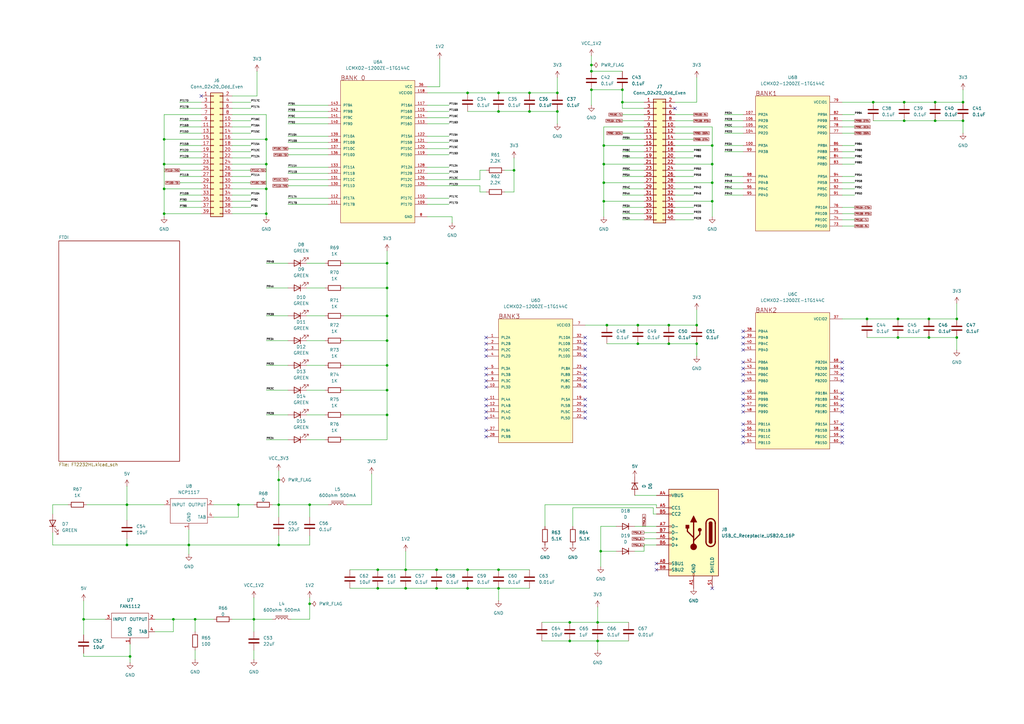
<source format=kicad_sch>
(kicad_sch (version 20250114) (generator "eeschema") (generator_version "9.0")
  (paper "A3")
  (junction (at 127 247.65))
  (junction (at 158.75 149.86))
  (junction (at 204.47 233.68))
  (junction (at 210.82 69.85))
  (junction (at 261.62 133.35))
  (junction (at 245.11 255.27))
  (junction (at 247.65 82.55))
  (junction (at 53.34 269.24))
  (junction (at 394.97 49.53))
  (junction (at 255.27 41.91))
  (junction (at 166.37 233.68))
  (junction (at 158.75 118.11))
  (junction (at 109.22 67.31))
  (junction (at 383.54 49.53))
  (junction (at 292.1 67.31))
  (junction (at 67.31 87.63))
  (junction (at 233.68 255.27))
  (junction (at 52.07 207.01))
  (junction (at 261.62 140.97))
  (junction (at 228.6 45.72))
  (junction (at 104.14 254))
  (junction (at 158.75 129.54))
  (junction (at 245.11 262.89))
  (junction (at 158.75 170.18))
  (junction (at 247.65 67.31))
  (junction (at 97.79 207.01))
  (junction (at 191.77 241.3))
  (junction (at 34.29 254))
  (junction (at 179.07 241.3))
  (junction (at 292.1 82.55))
  (junction (at 394.97 41.91))
  (junction (at 247.65 59.69))
  (junction (at 392.43 138.43))
  (junction (at 355.6 130.81))
  (junction (at 158.75 107.95))
  (junction (at 204.47 38.1))
  (junction (at 242.57 26.67))
  (junction (at 114.3 196.85))
  (junction (at 233.68 262.89))
  (junction (at 158.75 139.7))
  (junction (at 274.32 133.35))
  (junction (at 370.84 41.91))
  (junction (at 71.12 254))
  (junction (at 109.22 57.15))
  (junction (at 166.37 241.3))
  (junction (at 109.22 87.63))
  (junction (at 154.94 241.3))
  (junction (at 292.1 74.93))
  (junction (at 80.01 254))
  (junction (at 154.94 233.68))
  (junction (at 246.38 226.06))
  (junction (at 204.47 241.3))
  (junction (at 114.3 207.01))
  (junction (at 77.47 223.52))
  (junction (at 179.07 233.68))
  (junction (at 248.92 133.35))
  (junction (at 204.47 45.72))
  (junction (at 242.57 36.83))
  (junction (at 191.77 233.68))
  (junction (at 52.07 223.52))
  (junction (at 228.6 38.1))
  (junction (at 217.17 45.72))
  (junction (at 370.84 49.53))
  (junction (at 358.14 41.91))
  (junction (at 67.31 57.15))
  (junction (at 285.75 133.35))
  (junction (at 274.32 140.97))
  (junction (at 381 130.81))
  (junction (at 191.77 38.1))
  (junction (at 158.75 160.02))
  (junction (at 381 138.43))
  (junction (at 383.54 41.91))
  (junction (at 114.3 223.52))
  (junction (at 292.1 59.69))
  (junction (at 127 207.01))
  (junction (at 368.3 130.81))
  (junction (at 109.22 77.47))
  (junction (at 217.17 38.1))
  (junction (at 242.57 29.21))
  (junction (at 67.31 67.31))
  (junction (at 368.3 138.43))
  (junction (at 285.75 140.97))
  (junction (at 67.31 77.47))
  (junction (at 255.27 36.83))
  (junction (at 392.43 130.81))
  (junction (at 247.65 74.93))
  (no_connect (at 199.39 151.13))
  (no_connect (at 304.8 161.29))
  (no_connect (at 199.39 153.67))
  (no_connect (at 199.39 138.43))
  (no_connect (at 240.03 166.37))
  (no_connect (at 240.03 163.83))
  (no_connect (at 240.03 143.51))
  (no_connect (at 304.8 148.59))
  (no_connect (at 345.44 153.67))
  (no_connect (at 345.44 173.99))
  (no_connect (at 240.03 153.67))
  (no_connect (at 292.1 241.3))
  (no_connect (at 304.8 140.97))
  (no_connect (at 199.39 146.05))
  (no_connect (at 304.8 135.89))
  (no_connect (at 304.8 173.99))
  (no_connect (at 345.44 161.29))
  (no_connect (at 304.8 176.53))
  (no_connect (at 276.86 44.45))
  (no_connect (at 199.39 176.53))
  (no_connect (at 345.44 151.13))
  (no_connect (at 345.44 148.59))
  (no_connect (at 304.8 151.13))
  (no_connect (at 304.8 166.37))
  (no_connect (at 240.03 168.91))
  (no_connect (at 304.8 143.51))
  (no_connect (at 345.44 179.07))
  (no_connect (at 345.44 176.53))
  (no_connect (at 240.03 146.05))
  (no_connect (at 240.03 140.97))
  (no_connect (at 304.8 156.21))
  (no_connect (at 345.44 181.61))
  (no_connect (at 269.24 231.14))
  (no_connect (at 240.03 158.75))
  (no_connect (at 304.8 138.43))
  (no_connect (at 199.39 179.07))
  (no_connect (at 240.03 138.43))
  (no_connect (at 269.24 233.68))
  (no_connect (at 199.39 140.97))
  (no_connect (at 345.44 156.21))
  (no_connect (at 199.39 156.21))
  (no_connect (at 199.39 143.51))
  (no_connect (at 199.39 168.91))
  (no_connect (at 345.44 168.91))
  (no_connect (at 82.55 39.37))
  (no_connect (at 304.8 153.67))
  (no_connect (at 199.39 171.45))
  (no_connect (at 240.03 151.13))
  (no_connect (at 199.39 158.75))
  (no_connect (at 199.39 163.83))
  (no_connect (at 345.44 163.83))
  (no_connect (at 240.03 156.21))
  (no_connect (at 304.8 163.83))
  (no_connect (at 304.8 179.07))
  (no_connect (at 240.03 171.45))
  (no_connect (at 199.39 166.37))
  (no_connect (at 304.8 168.91))
  (no_connect (at 345.44 166.37))
  (no_connect (at 304.8 181.61))
  (wire (pts (xy 104.14 266.7) (xy 104.14 270.51)))
  (wire (pts (xy 52.07 220.98) (xy 52.07 223.52)))
  (wire (pts (xy 73.66 72.39) (xy 82.55 72.39)))
  (wire (pts (xy 217.17 38.1) (xy 228.6 38.1)))
  (wire (pts (xy 276.86 64.77) (xy 284.48 64.77)))
  (wire (pts (xy 118.11 43.18) (xy 134.62 43.18)))
  (wire (pts (xy 217.17 45.72) (xy 228.6 45.72)))
  (wire (pts (xy 276.86 46.99) (xy 284.48 46.99)))
  (wire (pts (xy 158.75 118.11) (xy 158.75 107.95)))
  (wire (pts (xy 53.34 264.16) (xy 53.34 269.24)))
  (wire (pts (xy 247.65 52.07) (xy 247.65 59.69)))
  (wire (pts (xy 245.11 248.92) (xy 245.11 255.27)))
  (wire (pts (xy 125.73 160.02) (xy 133.35 160.02)))
  (wire (pts (xy 80.01 266.7) (xy 80.01 270.51)))
  (wire (pts (xy 95.25 59.69) (xy 102.87 59.69)))
  (wire (pts (xy 255.27 41.91) (xy 255.27 36.83)))
  (wire (pts (xy 95.25 77.47) (xy 109.22 77.47)))
  (wire (pts (xy 109.22 87.63) (xy 109.22 88.9)))
  (wire (pts (xy 345.44 62.23) (xy 350.52 62.23)))
  (wire (pts (xy 97.79 212.09) (xy 97.79 207.01)))
  (wire (pts (xy 95.25 254) (xy 104.14 254)))
  (wire (pts (xy 140.97 160.02) (xy 158.75 160.02)))
  (wire (pts (xy 292.1 52.07) (xy 292.1 59.69)))
  (wire (pts (xy 140.97 170.18) (xy 158.75 170.18)))
  (wire (pts (xy 95.25 72.39) (xy 102.87 72.39)))
  (wire (pts (xy 255.27 54.61) (xy 264.16 54.61)))
  (wire (pts (xy 381 130.81) (xy 392.43 130.81)))
  (wire (pts (xy 175.26 60.96) (xy 184.15 60.96)))
  (wire (pts (xy 370.84 41.91) (xy 383.54 41.91)))
  (wire (pts (xy 358.14 49.53) (xy 370.84 49.53)))
  (wire (pts (xy 109.22 107.95) (xy 118.11 107.95)))
  (wire (pts (xy 73.66 41.91) (xy 82.55 41.91)))
  (wire (pts (xy 118.11 48.26) (xy 134.62 48.26)))
  (wire (pts (xy 267.97 210.82) (xy 269.24 210.82)))
  (wire (pts (xy 383.54 49.53) (xy 394.97 49.53)))
  (wire (pts (xy 276.86 41.91) (xy 285.75 41.91)))
  (wire (pts (xy 345.44 80.01) (xy 350.52 80.01)))
  (wire (pts (xy 67.31 87.63) (xy 82.55 87.63)))
  (wire (pts (xy 255.27 57.15) (xy 264.16 57.15)))
  (wire (pts (xy 158.75 102.87) (xy 158.75 107.95)))
  (wire (pts (xy 175.26 83.82) (xy 184.15 83.82)))
  (wire (pts (xy 247.65 59.69) (xy 264.16 59.69)))
  (wire (pts (xy 95.25 46.99) (xy 109.22 46.99)))
  (wire (pts (xy 185.42 88.9) (xy 185.42 91.44)))
  (wire (pts (xy 109.22 170.18) (xy 118.11 170.18)))
  (wire (pts (xy 158.75 139.7) (xy 158.75 129.54)))
  (wire (pts (xy 297.18 74.93) (xy 304.8 74.93)))
  (wire (pts (xy 204.47 45.72) (xy 217.17 45.72)))
  (wire (pts (xy 104.14 245.11) (xy 104.14 254)))
  (wire (pts (xy 276.86 74.93) (xy 292.1 74.93)))
  (wire (pts (xy 210.82 69.85) (xy 207.01 69.85)))
  (wire (pts (xy 95.25 67.31) (xy 109.22 67.31)))
  (wire (pts (xy 276.86 62.23) (xy 284.48 62.23)))
  (wire (pts (xy 196.85 78.74) (xy 199.39 78.74)))
  (wire (pts (xy 255.27 46.99) (xy 264.16 46.99)))
  (wire (pts (xy 175.26 38.1) (xy 191.77 38.1)))
  (wire (pts (xy 125.73 139.7) (xy 133.35 139.7)))
  (wire (pts (xy 109.22 180.34) (xy 118.11 180.34)))
  (wire (pts (xy 67.31 67.31) (xy 67.31 77.47)))
  (wire (pts (xy 191.77 38.1) (xy 204.47 38.1)))
  (wire (pts (xy 276.86 80.01) (xy 284.48 80.01)))
  (wire (pts (xy 104.14 254) (xy 111.76 254)))
  (wire (pts (xy 222.25 255.27) (xy 233.68 255.27)))
  (wire (pts (xy 210.82 78.74) (xy 210.82 69.85)))
  (wire (pts (xy 247.65 59.69) (xy 247.65 67.31)))
  (wire (pts (xy 52.07 207.01) (xy 52.07 213.36)))
  (wire (pts (xy 52.07 223.52) (xy 77.47 223.52)))
  (wire (pts (xy 80.01 254) (xy 87.63 254)))
  (wire (pts (xy 368.3 138.43) (xy 381 138.43)))
  (wire (pts (xy 257.81 255.27) (xy 245.11 255.27)))
  (wire (pts (xy 118.11 50.8) (xy 134.62 50.8)))
  (wire (pts (xy 95.25 87.63) (xy 109.22 87.63)))
  (wire (pts (xy 109.22 67.31) (xy 109.22 57.15)))
  (wire (pts (xy 246.38 215.9) (xy 246.38 226.06)))
  (wire (pts (xy 233.68 255.27) (xy 245.11 255.27)))
  (wire (pts (xy 127 207.01) (xy 114.3 207.01)))
  (wire (pts (xy 95.25 49.53) (xy 102.87 49.53)))
  (wire (pts (xy 127 212.09) (xy 127 207.01)))
  (wire (pts (xy 109.22 46.99) (xy 109.22 57.15)))
  (wire (pts (xy 152.4 194.31) (xy 152.4 207.01)))
  (wire (pts (xy 246.38 226.06) (xy 246.38 232.41)))
  (wire (pts (xy 276.86 67.31) (xy 292.1 67.31)))
  (wire (pts (xy 118.11 55.88) (xy 134.62 55.88)))
  (wire (pts (xy 97.79 207.01) (xy 104.14 207.01)))
  (wire (pts (xy 394.97 49.53) (xy 394.97 54.61)))
  (wire (pts (xy 297.18 77.47) (xy 304.8 77.47)))
  (wire (pts (xy 175.26 48.26) (xy 184.15 48.26)))
  (wire (pts (xy 87.63 207.01) (xy 97.79 207.01)))
  (wire (pts (xy 87.63 212.09) (xy 97.79 212.09)))
  (wire (pts (xy 345.44 72.39) (xy 350.52 72.39)))
  (wire (pts (xy 35.56 207.01) (xy 52.07 207.01)))
  (wire (pts (xy 109.22 87.63) (xy 109.22 77.47)))
  (wire (pts (xy 261.62 133.35) (xy 274.32 133.35)))
  (wire (pts (xy 274.32 133.35) (xy 285.75 133.35)))
  (wire (pts (xy 73.66 85.09) (xy 82.55 85.09)))
  (wire (pts (xy 246.38 226.06) (xy 252.73 226.06)))
  (wire (pts (xy 52.07 199.39) (xy 52.07 207.01)))
  (wire (pts (xy 104.14 254) (xy 104.14 259.08)))
  (wire (pts (xy 143.51 233.68) (xy 154.94 233.68)))
  (wire (pts (xy 95.25 62.23) (xy 102.87 62.23)))
  (wire (pts (xy 264.16 220.98) (xy 269.24 220.98)))
  (wire (pts (xy 255.27 44.45) (xy 255.27 41.91)))
  (wire (pts (xy 297.18 62.23) (xy 304.8 62.23)))
  (wire (pts (xy 255.27 85.09) (xy 264.16 85.09)))
  (wire (pts (xy 297.18 52.07) (xy 304.8 52.07)))
  (wire (pts (xy 264.16 218.44) (xy 269.24 218.44)))
  (wire (pts (xy 204.47 241.3) (xy 204.47 246.38)))
  (wire (pts (xy 125.73 118.11) (xy 133.35 118.11)))
  (wire (pts (xy 292.1 82.55) (xy 292.1 88.9)))
  (wire (pts (xy 127 207.01) (xy 134.62 207.01)))
  (wire (pts (xy 228.6 45.72) (xy 228.6 50.8)))
  (wire (pts (xy 196.85 69.85) (xy 199.39 69.85)))
  (wire (pts (xy 175.26 76.2) (xy 196.85 76.2)))
  (wire (pts (xy 34.29 246.38) (xy 34.29 254)))
  (wire (pts (xy 355.6 138.43) (xy 368.3 138.43)))
  (wire (pts (xy 191.77 233.68) (xy 204.47 233.68)))
  (wire (pts (xy 255.27 69.85) (xy 264.16 69.85)))
  (wire (pts (xy 21.59 218.44) (xy 21.59 223.52)))
  (wire (pts (xy 34.29 269.24) (xy 53.34 269.24)))
  (wire (pts (xy 77.47 223.52) (xy 77.47 227.33)))
  (wire (pts (xy 368.3 130.81) (xy 381 130.81)))
  (wire (pts (xy 80.01 254) (xy 80.01 259.08)))
  (wire (pts (xy 105.41 39.37) (xy 105.41 29.21)))
  (wire (pts (xy 109.22 118.11) (xy 118.11 118.11)))
  (wire (pts (xy 114.3 223.52) (xy 127 223.52)))
  (wire (pts (xy 285.75 140.97) (xy 285.75 146.05)))
  (wire (pts (xy 125.73 129.54) (xy 133.35 129.54)))
  (wire (pts (xy 34.29 267.97) (xy 34.29 269.24)))
  (wire (pts (xy 264.16 226.06) (xy 260.35 226.06)))
  (wire (pts (xy 204.47 38.1) (xy 217.17 38.1)))
  (wire (pts (xy 140.97 129.54) (xy 158.75 129.54)))
  (wire (pts (xy 381 138.43) (xy 392.43 138.43)))
  (wire (pts (xy 73.66 44.45) (xy 82.55 44.45)))
  (wire (pts (xy 127 223.52) (xy 127 219.71)))
  (wire (pts (xy 34.29 254) (xy 43.18 254)))
  (wire (pts (xy 276.86 87.63) (xy 284.48 87.63)))
  (wire (pts (xy 166.37 241.3) (xy 179.07 241.3)))
  (wire (pts (xy 345.44 77.47) (xy 350.52 77.47)))
  (wire (pts (xy 95.25 57.15) (xy 109.22 57.15)))
  (wire (pts (xy 175.26 73.66) (xy 196.85 73.66)))
  (wire (pts (xy 63.5 259.08) (xy 71.12 259.08)))
  (wire (pts (xy 71.12 254) (xy 80.01 254)))
  (wire (pts (xy 394.97 36.83) (xy 394.97 41.91)))
  (wire (pts (xy 67.31 207.01) (xy 52.07 207.01)))
  (wire (pts (xy 345.44 59.69) (xy 350.52 59.69)))
  (wire (pts (xy 223.52 207.01) (xy 223.52 215.9)))
  (wire (pts (xy 67.31 67.31) (xy 82.55 67.31)))
  (wire (pts (xy 242.57 22.86) (xy 242.57 26.67)))
  (wire (pts (xy 276.86 72.39) (xy 284.48 72.39)))
  (wire (pts (xy 345.44 87.63) (xy 350.52 87.63)))
  (wire (pts (xy 67.31 46.99) (xy 82.55 46.99)))
  (wire (pts (xy 264.16 41.91) (xy 255.27 41.91)))
  (wire (pts (xy 109.22 160.02) (xy 118.11 160.02)))
  (wire (pts (xy 111.76 207.01) (xy 114.3 207.01)))
  (wire (pts (xy 260.35 203.2) (xy 269.24 203.2)))
  (wire (pts (xy 297.18 59.69) (xy 304.8 59.69)))
  (wire (pts (xy 73.66 49.53) (xy 82.55 49.53)))
  (wire (pts (xy 276.86 49.53) (xy 284.48 49.53)))
  (wire (pts (xy 223.52 207.01) (xy 269.24 207.01)))
  (wire (pts (xy 73.66 62.23) (xy 82.55 62.23)))
  (wire (pts (xy 276.86 59.69) (xy 292.1 59.69)))
  (wire (pts (xy 179.07 241.3) (xy 191.77 241.3)))
  (wire (pts (xy 175.26 63.5) (xy 184.15 63.5)))
  (wire (pts (xy 247.65 74.93) (xy 264.16 74.93)))
  (wire (pts (xy 114.3 196.85) (xy 114.3 207.01)))
  (wire (pts (xy 345.44 49.53) (xy 350.52 49.53)))
  (wire (pts (xy 276.86 82.55) (xy 292.1 82.55)))
  (wire (pts (xy 255.27 87.63) (xy 264.16 87.63)))
  (wire (pts (xy 246.38 215.9) (xy 252.73 215.9)))
  (wire (pts (xy 179.07 233.68) (xy 191.77 233.68)))
  (wire (pts (xy 247.65 52.07) (xy 264.16 52.07)))
  (wire (pts (xy 95.25 69.85) (xy 102.87 69.85)))
  (wire (pts (xy 21.59 223.52) (xy 52.07 223.52)))
  (wire (pts (xy 345.44 64.77) (xy 350.52 64.77)))
  (wire (pts (xy 166.37 233.68) (xy 179.07 233.68)))
  (wire (pts (xy 175.26 35.56) (xy 180.34 35.56)))
  (wire (pts (xy 118.11 45.72) (xy 134.62 45.72)))
  (wire (pts (xy 285.75 41.91) (xy 285.75 31.75)))
  (wire (pts (xy 158.75 129.54) (xy 158.75 118.11)))
  (wire (pts (xy 125.73 180.34) (xy 133.35 180.34)))
  (wire (pts (xy 204.47 233.68) (xy 217.17 233.68)))
  (wire (pts (xy 264.16 223.52) (xy 264.16 226.06)))
  (wire (pts (xy 276.86 52.07) (xy 292.1 52.07)))
  (wire (pts (xy 73.66 80.01) (xy 82.55 80.01)))
  (wire (pts (xy 345.44 54.61) (xy 350.52 54.61)))
  (wire (pts (xy 67.31 87.63) (xy 67.31 88.9)))
  (wire (pts (xy 297.18 46.99) (xy 304.8 46.99)))
  (wire (pts (xy 95.25 54.61) (xy 102.87 54.61)))
  (wire (pts (xy 140.97 139.7) (xy 158.75 139.7)))
  (wire (pts (xy 247.65 67.31) (xy 247.65 74.93)))
  (wire (pts (xy 73.66 64.77) (xy 82.55 64.77)))
  (wire (pts (xy 73.66 74.93) (xy 82.55 74.93)))
  (wire (pts (xy 242.57 26.67) (xy 242.57 29.21)))
  (wire (pts (xy 234.95 208.28) (xy 234.95 215.9)))
  (wire (pts (xy 158.75 160.02) (xy 158.75 149.86)))
  (wire (pts (xy 118.11 83.82) (xy 134.62 83.82)))
  (wire (pts (xy 247.65 82.55) (xy 264.16 82.55)))
  (wire (pts (xy 125.73 149.86) (xy 133.35 149.86)))
  (wire (pts (xy 383.54 41.91) (xy 394.97 41.91)))
  (wire (pts (xy 158.75 107.95) (xy 140.97 107.95)))
  (wire (pts (xy 285.75 127) (xy 285.75 133.35)))
  (wire (pts (xy 297.18 49.53) (xy 304.8 49.53)))
  (wire (pts (xy 114.3 207.01) (xy 114.3 212.09)))
  (wire (pts (xy 158.75 149.86) (xy 158.75 139.7)))
  (wire (pts (xy 166.37 226.06) (xy 166.37 233.68)))
  (wire (pts (xy 63.5 254) (xy 71.12 254)))
  (wire (pts (xy 34.29 254) (xy 34.29 260.35)))
  (wire (pts (xy 118.11 58.42) (xy 134.62 58.42)))
  (wire (pts (xy 245.11 262.89) (xy 245.11 266.7)))
  (wire (pts (xy 269.24 207.01) (xy 269.24 208.28)))
  (wire (pts (xy 175.26 81.28) (xy 184.15 81.28)))
  (wire (pts (xy 95.25 74.93) (xy 102.87 74.93)))
  (wire (pts (xy 77.47 217.17) (xy 77.47 223.52)))
  (wire (pts (xy 73.66 59.69) (xy 82.55 59.69)))
  (wire (pts (xy 95.25 39.37) (xy 105.41 39.37)))
  (wire (pts (xy 125.73 170.18) (xy 133.35 170.18)))
  (wire (pts (xy 140.97 180.34) (xy 158.75 180.34)))
  (wire (pts (xy 114.3 193.04) (xy 114.3 196.85)))
  (wire (pts (xy 196.85 73.66) (xy 196.85 69.85)))
  (wire (pts (xy 109.22 77.47) (xy 109.22 67.31)))
  (wire (pts (xy 292.1 74.93) (xy 292.1 82.55)))
  (wire (pts (xy 392.43 138.43) (xy 392.43 143.51)))
  (wire (pts (xy 95.25 80.01) (xy 102.87 80.01)))
  (wire (pts (xy 274.32 140.97) (xy 285.75 140.97)))
  (wire (pts (xy 358.14 41.91) (xy 370.84 41.91)))
  (wire (pts (xy 207.01 78.74) (xy 210.82 78.74)))
  (wire (pts (xy 345.44 74.93) (xy 350.52 74.93)))
  (wire (pts (xy 67.31 57.15) (xy 82.55 57.15)))
  (wire (pts (xy 114.3 223.52) (xy 77.47 223.52)))
  (wire (pts (xy 114.3 219.71) (xy 114.3 223.52)))
  (wire (pts (xy 255.27 90.17) (xy 264.16 90.17)))
  (wire (pts (xy 242.57 36.83) (xy 242.57 43.18)))
  (wire (pts (xy 191.77 45.72) (xy 204.47 45.72)))
  (wire (pts (xy 196.85 76.2) (xy 196.85 78.74)))
  (wire (pts (xy 175.26 58.42) (xy 184.15 58.42)))
  (wire (pts (xy 255.27 64.77) (xy 264.16 64.77)))
  (wire (pts (xy 71.12 259.08) (xy 71.12 254)))
  (wire (pts (xy 222.25 262.89) (xy 233.68 262.89)))
  (wire (pts (xy 297.18 54.61) (xy 304.8 54.61)))
  (wire (pts (xy 118.11 60.96) (xy 134.62 60.96)))
  (wire (pts (xy 297.18 80.01) (xy 304.8 80.01)))
  (wire (pts (xy 240.03 133.35) (xy 248.92 133.35)))
  (wire (pts (xy 67.31 77.47) (xy 67.31 87.63)))
  (wire (pts (xy 27.94 207.01) (xy 21.59 207.01)))
  (wire (pts (xy 228.6 31.75) (xy 228.6 38.1)))
  (wire (pts (xy 345.44 67.31) (xy 350.52 67.31)))
  (wire (pts (xy 355.6 130.81) (xy 368.3 130.81)))
  (wire (pts (xy 95.25 52.07) (xy 102.87 52.07)))
  (wire (pts (xy 95.25 85.09) (xy 102.87 85.09)))
  (wire (pts (xy 345.44 46.99) (xy 350.52 46.99)))
  (wire (pts (xy 127 245.11) (xy 127 247.65)))
  (wire (pts (xy 175.26 55.88) (xy 184.15 55.88)))
  (wire (pts (xy 175.26 68.58) (xy 184.15 68.58)))
  (wire (pts (xy 345.44 90.17) (xy 350.52 90.17)))
  (wire (pts (xy 248.92 140.97) (xy 261.62 140.97)))
  (wire (pts (xy 118.11 81.28) (xy 134.62 81.28)))
  (wire (pts (xy 276.86 90.17) (xy 284.48 90.17)))
  (wire (pts (xy 118.11 76.2) (xy 134.62 76.2)))
  (wire (pts (xy 292.1 67.31) (xy 292.1 74.93)))
  (wire (pts (xy 140.97 118.11) (xy 158.75 118.11)))
  (wire (pts (xy 255.27 72.39) (xy 264.16 72.39)))
  (wire (pts (xy 264.16 223.52) (xy 269.24 223.52)))
  (wire (pts (xy 143.51 241.3) (xy 154.94 241.3)))
  (wire (pts (xy 158.75 170.18) (xy 158.75 160.02)))
  (wire (pts (xy 370.84 49.53) (xy 383.54 49.53)))
  (wire (pts (xy 233.68 262.89) (xy 245.11 262.89)))
  (wire (pts (xy 255.27 62.23) (xy 264.16 62.23)))
  (wire (pts (xy 73.66 69.85) (xy 82.55 69.85)))
  (wire (pts (xy 276.86 77.47) (xy 284.48 77.47)))
  (wire (pts (xy 242.57 36.83) (xy 255.27 36.83)))
  (wire (pts (xy 67.31 46.99) (xy 67.31 57.15)))
  (wire (pts (xy 142.24 207.01) (xy 152.4 207.01)))
  (wire (pts (xy 276.86 69.85) (xy 284.48 69.85)))
  (wire (pts (xy 73.66 54.61) (xy 82.55 54.61)))
  (wire (pts (xy 109.22 129.54) (xy 118.11 129.54)))
  (wire (pts (xy 261.62 140.97) (xy 274.32 140.97)))
  (wire (pts (xy 204.47 241.3) (xy 217.17 241.3)))
  (wire (pts (xy 95.25 82.55) (xy 102.87 82.55)))
  (wire (pts (xy 109.22 139.7) (xy 118.11 139.7)))
  (wire (pts (xy 118.11 68.58) (xy 134.62 68.58)))
  (wire (pts (xy 255.27 77.47) (xy 264.16 77.47)))
  (wire (pts (xy 175.26 50.8) (xy 184.15 50.8)))
  (wire (pts (xy 73.66 82.55) (xy 82.55 82.55)))
  (wire (pts (xy 175.26 88.9) (xy 185.42 88.9)))
  (wire (pts (xy 267.97 208.28) (xy 267.97 210.82)))
  (wire (pts (xy 119.38 254) (xy 127 254)))
  (wire (pts (xy 276.86 85.09) (xy 284.48 85.09)))
  (wire (pts (xy 175.26 45.72) (xy 184.15 45.72)))
  (wire (pts (xy 154.94 241.3) (xy 166.37 241.3)))
  (wire (pts (xy 345.44 85.09) (xy 350.52 85.09)))
  (wire (pts (xy 67.31 57.15) (xy 67.31 67.31)))
  (wire (pts (xy 95.25 44.45) (xy 102.87 44.45)))
  (wire (pts (xy 260.35 215.9) (xy 269.24 215.9)))
  (wire (pts (xy 264.16 44.45) (xy 255.27 44.45)))
  (wire (pts (xy 267.97 208.28) (xy 234.95 208.28)))
  (wire (pts (xy 53.34 269.24) (xy 53.34 271.78)))
  (wire (pts (xy 248.92 133.35) (xy 261.62 133.35)))
  (wire (pts (xy 191.77 241.3) (xy 204.47 241.3)))
  (wire (pts (xy 247.65 74.93) (xy 247.65 82.55)))
  (wire (pts (xy 247.65 82.55) (xy 247.65 88.9)))
  (wire (pts (xy 345.44 130.81) (xy 355.6 130.81)))
  (wire (pts (xy 109.22 149.86) (xy 118.11 149.86)))
  (wire (pts (xy 140.97 149.86) (xy 158.75 149.86)))
  (wire (pts (xy 345.44 52.07) (xy 350.52 52.07)))
  (wire (pts (xy 127 247.65) (xy 127 254)))
  (wire (pts (xy 95.25 64.77) (xy 102.87 64.77)))
  (wire (pts (xy 158.75 180.34) (xy 158.75 170.18)))
  (wire (pts (xy 118.11 71.12) (xy 134.62 71.12)))
  (wire (pts (xy 21.59 207.01) (xy 21.59 210.82)))
  (wire (pts (xy 345.44 92.71) (xy 350.52 92.71)))
  (wire (pts (xy 73.66 52.07) (xy 82.55 52.07)))
  (wire (pts (xy 210.82 64.77) (xy 210.82 69.85)))
  (wire (pts (xy 247.65 67.31) (xy 264.16 67.31)))
  (wire (pts (xy 95.25 41.91) (xy 102.87 41.91)))
  (wire (pts (xy 180.34 24.13) (xy 180.34 35.56)))
  (wire (pts (xy 255.27 80.01) (xy 264.16 80.01)))
  (wire (pts (xy 175.26 43.18) (xy 184.15 43.18)))
  (wire (pts (xy 175.26 71.12) (xy 184.15 71.12)))
  (wire (pts (xy 345.44 41.91) (xy 358.14 41.91)))
  (wire (pts (xy 125.73 107.95) (xy 133.35 107.95)))
  (wire (pts (xy 276.86 54.61) (xy 284.48 54.61)))
  (wire (pts (xy 154.94 233.68) (xy 166.37 233.68)))
  (wire (pts (xy 245.11 262.89) (xy 257.81 262.89)))
  (wire (pts (xy 297.18 72.39) (xy 304.8 72.39)))
  (wire (pts (xy 118.11 63.5) (xy 134.62 63.5)))
  (wire (pts (xy 118.11 73.66) (xy 134.62 73.66)))
  (wire (pts (xy 67.31 77.47) (xy 82.55 77.47)))
  (wire (pts (xy 392.43 124.46) (xy 392.43 130.81)))
  (wire (pts (xy 276.86 57.15) (xy 284.48 57.15)))
  (wire (pts (xy 255.27 49.53) (xy 264.16 49.53)))
  (wire (pts (xy 242.57 29.21) (xy 255.27 29.21)))
  (wire (pts (xy 292.1 59.69) (xy 292.1 67.31)))
  (label "PR5C" (at 255.27 69.85 0) (effects (font (size 0.762 0.762))))
  (label "PT15B" (at 184.15 58.42 0) (effects (font (size 0.762 0.762))))
  (label "PR8A" (at 350.52 59.69 0) (effects (font (size 0.762 0.762))))
  (label "PR2A" (at 109.22 180.34 0) (effects (font (size 0.762 0.762))))
  (label "PR3A" (at 109.22 139.7 0) (effects (font (size 0.762 0.762))))
  (label "PR8B" (at 350.52 62.23 0) (effects (font (size 0.762 0.762))))
  (label "PR2B" (at 109.22 170.18 0) (effects (font (size 0.762 0.762))))
  (label "PR5D" (at 350.52 80.01 0) (effects (font (size 0.762 0.762))))
  (label "PT9B" (at 73.66 85.09 0) (effects (font (size 0.762 0.762))))
  (label "PT15D" (at 73.66 54.61 0) (effects (font (size 0.762 0.762))))
  (label "PR2B" (at 284.48 90.17 0) (effects (font (size 0.762 0.762))))
  (label "PT16D" (at 184.15 50.8 0) (effects (font (size 0.762 0.762))))
  (label "PR3A" (at 297.18 59.69 0) (effects (font (size 0.762 0.762))))
  (label "PR4C" (at 297.18 77.47 0) (effects (font (size 0.762 0.762))))
  (label "PR4B" (at 284.48 80.01 0) (effects (font (size 0.762 0.762))))
  (label "PR2D" (at 109.22 149.86 0) (effects (font (size 0.762 0.762))))
  (label "PT15C" (at 184.15 60.96 0) (effects (font (size 0.762 0.762))))
  (label "PR2A" (at 297.18 46.99 0) (effects (font (size 0.762 0.762))))
  (label "PT9C" (at 118.11 48.26 0) (effects (font (size 0.762 0.762))))
  (label "PR3B" (at 109.22 129.54 0) (effects (font (size 0.762 0.762))))
  (label "PR4A" (at 297.18 72.39 0) (effects (font (size 0.762 0.762))))
  (label "PR4A" (at 255.27 80.01 0) (effects (font (size 0.762 0.762))))
  (label "PT17C" (at 184.15 81.28 0) (effects (font (size 0.762 0.762))))
  (label "PT16B" (at 73.66 52.07 0) (effects (font (size 0.762 0.762))))
  (label "PT17D" (at 73.66 41.91 0) (effects (font (size 0.762 0.762))))
  (label "PT10B" (at 118.11 58.42 0) (effects (font (size 0.762 0.762))))
  (label "PR2C" (at 297.18 52.07 0) (effects (font (size 0.762 0.762))))
  (label "PR5B" (at 350.52 74.93 0) (effects (font (size 0.762 0.762))))
  (label "PT12B" (at 184.15 71.12 0) (effects (font (size 0.762 0.762))))
  (label "PR3B" (at 284.48 85.09 0) (effects (font (size 0.762 0.762))))
  (label "PT12A" (at 102.87 64.77 0) (effects (font (size 0.762 0.762))))
  (label "PT11A" (at 118.11 68.58 0) (effects (font (size 0.762 0.762))))
  (label "PR8C" (at 255.27 62.23 0) (effects (font (size 0.762 0.762))))
  (label "PT9D" (at 118.11 50.8 0) (effects (font (size 0.762 0.762))))
  (label "PT10B" (at 73.66 80.01 0) (effects (font (size 0.762 0.762))))
  (label "PT9C" (at 102.87 82.55 0) (effects (font (size 0.762 0.762))))
  (label "PT17A" (at 102.87 44.45 0) (effects (font (size 0.762 0.762))))
  (label "PT15A" (at 184.15 55.88 0) (effects (font (size 0.762 0.762))))
  (label "PR4C" (at 255.27 77.47 0) (effects (font (size 0.762 0.762))))
  (label "PT17D" (at 184.15 83.82 0) (effects (font (size 0.762 0.762))))
  (label "PT17B" (at 118.11 83.82 0) (effects (font (size 0.762 0.762))))
  (label "PT16A" (at 102.87 52.07 0) (effects (font (size 0.762 0.762))))
  (label "PT9A" (at 102.87 85.09 0) (effects (font (size 0.762 0.762))))
  (label "PR8A" (at 255.27 64.77 0) (effects (font (size 0.762 0.762))))
  (label "PR2D" (at 284.48 87.63 0) (effects (font (size 0.762 0.762))))
  (label "PT15B" (at 73.66 59.69 0) (effects (font (size 0.762 0.762))))
  (label "PT10A" (at 102.87 80.01 0) (effects (font (size 0.762 0.762))))
  (label "PT9D" (at 73.66 82.55 0) (effects (font (size 0.762 0.762))))
  (label "PR9A" (at 255.27 57.15 0) (effects (font (size 0.762 0.762))))
  (label "PT17C" (at 102.87 41.91 0) (effects (font (size 0.762 0.762))))
  (label "PR5A" (at 255.27 72.39 0) (effects (font (size 0.762 0.762))))
  (label "PT11B" (at 118.11 71.12 0) (effects (font (size 0.762 0.762))))
  (label "PR2B" (at 297.18 49.53 0) (effects (font (size 0.762 0.762))))
  (label "PR2A" (at 255.27 90.17 0) (effects (font (size 0.762 0.762))))
  (label "PR8D" (at 284.48 62.23 0) (effects (font (size 0.762 0.762))))
  (label "PR8C" (at 350.52 64.77 0) (effects (font (size 0.762 0.762))))
  (label "PR8B" (at 284.48 64.77 0) (effects (font (size 0.762 0.762))))
  (label "PR4D" (at 284.48 77.47 0) (effects (font (size 0.762 0.762))))
  (label "PR2D" (at 297.18 54.61 0) (effects (font (size 0.762 0.762))))
  (label "PT9B" (at 118.11 45.72 0) (effects (font (size 0.762 0.762))))
  (label "PR5C" (at 350.52 77.47 0) (effects (font (size 0.762 0.762))))
  (label "PT10A" (at 118.11 55.88 0) (effects (font (size 0.762 0.762))))
  (label "PT15C" (at 102.87 54.61 0) (effects (font (size 0.762 0.762))))
  (label "PT11A" (at 102.87 72.39 0) (effects (font (size 0.762 0.762))))
  (label "PT16C" (at 102.87 49.53 0) (effects (font (size 0.762 0.762))))
  (label "PT9A" (at 118.11 43.18 0) (effects (font (size 0.762 0.762))))
  (label "PT12A" (at 184.15 68.58 0) (effects (font (size 0.762 0.762))))
  (label "PR5A" (at 350.52 72.39 0) (effects (font (size 0.762 0.762))))
  (label "PT11B" (at 73.66 72.39 0) (effects (font (size 0.762 0.762))))
  (label "PR2C" (at 109.22 160.02 0) (effects (font (size 0.762 0.762))))
  (label "PR4D" (at 297.18 80.01 0) (effects (font (size 0.762 0.762))))
  (label "PR4A" (at 109.22 118.11 0) (effects (font (size 0.762 0.762))))
  (label "PR8D" (at 350.52 67.31 0) (effects (font (size 0.762 0.762))))
  (label "PT17B" (at 73.66 44.45 0) (effects (font (size 0.762 0.762))))
  (label "PT12C" (at 184.15 73.66 0) (effects (font (size 0.762 0.762))))
  (label "PR4B" (at 109.22 107.95 0) (effects (font (size 0.762 0.762))))
  (label "PR2C" (at 255.27 87.63 0) (effects (font (size 0.762 0.762))))
  (label "PR9A" (at 350.52 46.99 0) (effects (font (size 0.762 0.762))))
  (label "PT12C" (at 102.87 62.23 0) (effects (font (size 0.762 0.762))))
  (label "PT17A" (at 118.11 81.28 0) (effects (font (size 0.762 0.762))))
  (label "PT12D" (at 73.66 62.23 0) (effects (font (size 0.762 0.762))))
  (label "PT15A" (at 102.87 59.69 0) (effects (font (size 0.762 0.762))))
  (label "PT12B" (at 73.66 64.77 0) (effects (font (size 0.762 0.762))))
  (label "PR4B" (at 297.18 74.93 0) (effects (font (size 0.762 0.762))))
  (label "PT16B" (at 184.15 45.72 0) (effects (font (size 0.762 0.762))))
  (label "PR3A" (at 255.27 85.09 0) (effects (font (size 0.762 0.762))))
  (label "PT16D" (at 73.66 49.53 0) (effects (font (size 0.762 0.762))))
  (label "PT15D" (at 184.15 63.5 0) (effects (font (size 0.762 0.762))))
  (label "PR3B" (at 297.18 62.23 0) (effects (font (size 0.762 0.762))))
  (label "PR5B" (at 284.48 72.39 0) (effects (font (size 0.762 0.762))))
  (label "PT16C" (at 184.15 48.26 0) (effects (font (size 0.762 0.762))))
  (label "PR5D" (at 284.48 69.85 0) (effects (font (size 0.762 0.762))))
  (label "PT12D" (at 184.15 76.2 0) (effects (font (size 0.762 0.762))))
  (label "PT16A" (at 184.15 43.18 0) (effects (font (size 0.762 0.762))))
  (global_label "PT11D-TMS" (shape passive) (at 73.66 69.85 180) (effects (font (size 0.635 0.635))) (property "Intersheetrefs" "${INTERSHEET_REFS}" (effects (hide yes))))
  (global_label "PR10C-Tx" (shape passive) (at 350.52 90.17 0) (effects (font (size 0.635 0.635))) (property "Intersheetrefs" "${INTERSHEET_REFS}" (effects (hide yes))))
  (global_label "PR10A-CTSn" (shape passive) (at 255.27 49.53 180) (effects (font (size 0.635 0.635))) (property "Intersheetrefs" "${INTERSHEET_REFS}" (effects (hide yes))))
  (global_label "PT10C-TDO" (shape passive) (at 102.87 74.93 0) (effects (font (size 0.635 0.635))) (property "Intersheetrefs" "${INTERSHEET_REFS}" (effects (hide yes))))
  (global_label "PT11D-TMS" (shape passive) (at 118.11 76.2 180) (effects (font (size 0.635 0.635))) (property "Intersheetrefs" "${INTERSHEET_REFS}" (effects (hide yes))))
  (global_label "PT11C-TCK" (shape passive) (at 102.87 69.85 0) (effects (font (size 0.635 0.635))) (property "Intersheetrefs" "${INTERSHEET_REFS}" (effects (hide yes))))
  (global_label "PR9B-DTRn" (shape passive) (at 284.48 57.15 0) (effects (font (size 0.635 0.635))) (property "Intersheetrefs" "${INTERSHEET_REFS}" (effects (hide yes))))
  (global_label "PT10D-TDI" (shape passive) (at 118.11 63.5 180) (effects (font (size 0.635 0.635))) (property "Intersheetrefs" "${INTERSHEET_REFS}" (effects (hide yes))))
  (global_label "PR9D-DSRn" (shape passive) (at 350.52 54.61 0) (effects (font (size 0.635 0.635))) (property "Intersheetrefs" "${INTERSHEET_REFS}" (effects (hide yes))))
  (global_label "PR9C-DCDn" (shape passive) (at 255.27 54.61 180) (effects (font (size 0.635 0.635))) (property "Intersheetrefs" "${INTERSHEET_REFS}" (effects (hide yes))))
  (global_label "PR10C-Tx" (shape passive) (at 255.27 46.99 180) (effects (font (size 0.635 0.635))) (property "Intersheetrefs" "${INTERSHEET_REFS}" (effects (hide yes))))
  (global_label "PT10D-TDI" (shape passive) (at 73.66 74.93 180) (effects (font (size 0.635 0.635))) (property "Intersheetrefs" "${INTERSHEET_REFS}" (effects (hide yes))))
  (global_label "FPGA_D+" (shape passive) (at 264.16 220.98 180) (effects (font (size 0.635 0.635))) (property "Intersheetrefs" "${INTERSHEET_REFS}" (effects (hide yes))))
  (global_label "FPGA_D+" (shape passive) (at 264.16 223.52 180) (effects (font (size 0.635 0.635))) (property "Intersheetrefs" "${INTERSHEET_REFS}" (effects (hide yes))))
  (global_label "PR9B-DTRn" (shape passive) (at 350.52 49.53 0) (effects (font (size 0.635 0.635))) (property "Intersheetrefs" "${INTERSHEET_REFS}" (effects (hide yes))))
  (global_label "PR9C-DCDn" (shape passive) (at 350.52 52.07 0) (effects (font (size 0.635 0.635))) (property "Intersheetrefs" "${INTERSHEET_REFS}" (effects (hide yes))))
  (global_label "PR10B-RTSn" (shape passive) (at 284.48 49.53 0) (effects (font (size 0.635 0.635))) (property "Intersheetrefs" "${INTERSHEET_REFS}" (effects (hide yes))))
  (global_label "PR10D-Rx" (shape passive) (at 284.48 46.99 0) (effects (font (size 0.635 0.635))) (property "Intersheetrefs" "${INTERSHEET_REFS}" (effects (hide yes))))
  (global_label "PT11C-TCK" (shape passive) (at 118.11 73.66 180) (effects (font (size 0.635 0.635))) (property "Intersheetrefs" "${INTERSHEET_REFS}" (effects (hide yes))))
  (global_label "PR9D-DSRn" (shape passive) (at 284.48 54.61 0) (effects (font (size 0.635 0.635))) (property "Intersheetrefs" "${INTERSHEET_REFS}" (effects (hide yes))))
  (global_label "PR10A-CTSn" (shape passive) (at 350.52 85.09 0) (effects (font (size 0.635 0.635))) (property "Intersheetrefs" "${INTERSHEET_REFS}" (effects (hide yes))))
  (global_label "PR10D-Rx" (shape passive) (at 350.52 92.71 0) (effects (font (size 0.635 0.635))) (property "Intersheetrefs" "${INTERSHEET_REFS}" (effects (hide yes))))
  (global_label "PT10C-TDO" (shape passive) (at 118.11 60.96 180) (effects (font (size 0.635 0.635))) (property "Intersheetrefs" "${INTERSHEET_REFS}" (effects (hide yes))))
  (global_label "FPGA_D-" (shape passive) (at 264.16 218.44 180) (effects (font (size 0.635 0.635))) (property "Intersheetrefs" "${INTERSHEET_REFS}" (effects (hide yes))))
  (global_label "PR10B-RTSn" (shape passive) (at 350.52 87.63 0) (effects (font (size 0.635 0.635))) (property "Intersheetrefs" "${INTERSHEET_REFS}" (effects (hide yes))))
  (global_label "FPGA_D-" (shape passive) (at 264.16 215.9 90) (effects (font (size 0.635 0.635))) (property "Intersheetrefs" "${INTERSHEET_REFS}" (effects (hide yes))))
  (symbol (lib_id "power:VCC") (at 114.3 193.04 0) (unit 1)
    (property "Reference" "#PWR083" (effects (hide yes)))
    (property "Value" "VCC_3V3" (at 114.3 187.96 0))
    (property "Description" "Power symbol creates a global label with name \"VCC\"" (effects (hide yes)))
  )
  (symbol (lib_id "power:GND") (at 392.43 143.51 0) (unit 1)
    (property "Reference" "#PWR068" (effects (hide yes)))
    (property "Value" "GND" (at 392.43 148.59 0))
    (property "Description" "Power symbol creates a global label with name \"GND\" , ground" (effects (hide yes)))
  )
  (symbol (lib_id "Device:R") (at 137.16 180.34 90) (unit 1)
    (property "Reference" "R76" (at 137.16 173.99 90))
    (property "Value" "1K" (at 137.16 176.53 90))
    (property "Footprint" "Resistor_SMD:R_0603_1608Metric_Pad0.98x0.95mm_HandSolder" (effects (hide yes)))
    (property "Description" "Resistor" (effects (hide yes)))
  )
  (symbol (lib_id "Device:C") (at 255.27 33.02 0) (unit 1)
    (property "Reference" "C43" (at 259.08 31.7499 0) (effects (justify left)))
    (property "Value" "0.1uF" (at 259.08 34.2899 0) (effects (justify left)))
    (property "Footprint" "Capacitor_SMD:C_0603_1608Metric_Pad1.08x0.95mm_HandSolder" (effects (hide yes)))
    (property "Description" "Unpolarized capacitor" (effects (hide yes)))
  )
  (symbol (lib_id "power:GND") (at 242.57 43.18 0) (unit 1)
    (property "Reference" "#PWR063" (effects (hide yes)))
    (property "Value" "GND" (at 242.57 48.26 0))
    (property "Description" "Power symbol creates a global label with name \"GND\" , ground" (effects (hide yes)))
  )
  (symbol (lib_id "power:GND") (at 285.75 146.05 0) (unit 1)
    (property "Reference" "#PWR070" (effects (hide yes)))
    (property "Value" "GND" (at 285.75 151.13 0))
    (property "Description" "Power symbol creates a global label with name \"GND\" , ground" (effects (hide yes)))
  )
  (symbol (lib_id "power:GND") (at 228.6 50.8 0) (unit 1)
    (property "Reference" "#PWR034" (effects (hide yes)))
    (property "Value" "GND" (at 228.6 55.88 0))
    (property "Description" "Power symbol creates a global label with name \"GND\" , ground" (effects (hide yes)))
  )
  (symbol (lib_id "power:VCC") (at 210.82 64.77 0) (unit 1)
    (property "Reference" "#PWR040" (effects (hide yes)))
    (property "Value" "3V3" (at 210.82 59.69 0))
    (property "Description" "Power symbol creates a global label with name \"VCC\"" (effects (hide yes)))
  )
  (symbol (lib_id "power:GND") (at 104.14 270.51 0) (unit 1)
    (property "Reference" "#PWR079" (effects (hide yes)))
    (property "Value" "GND" (at 104.14 275.59 0))
    (property "Description" "Power symbol creates a global label with name \"GND\" , ground" (effects (hide yes)))
  )
  (symbol (lib_id "Device:C") (at 127 215.9 0) (unit 1)
    (property "Reference" "C56" (at 130.81 214.6299 0) (effects (justify left)))
    (property "Value" "0.1uF" (at 130.81 217.1699 0) (effects (justify left)))
    (property "Footprint" "Capacitor_SMD:C_0603_1608Metric_Pad1.08x0.95mm_HandSolder" (effects (hide yes)))
    (property "Description" "Unpolarized capacitor" (effects (hide yes)))
  )
  (symbol (lib_id "power:GND") (at 292.1 88.9 0) (unit 1)
    (property "Reference" "#PWR065" (effects (hide yes)))
    (property "Value" "GND" (at 292.1 93.98 0))
    (property "Description" "Power symbol creates a global label with name \"GND\" , ground" (effects (hide yes)))
  )
  (symbol (lib_id "Device:R") (at 137.16 160.02 90) (unit 1)
    (property "Reference" "R74" (at 137.16 153.67 90))
    (property "Value" "1K" (at 137.16 156.21 90))
    (property "Footprint" "Resistor_SMD:R_0603_1608Metric_Pad0.98x0.95mm_HandSolder" (effects (hide yes)))
    (property "Description" "Resistor" (effects (hide yes)))
  )
  (symbol (lib_id "power:GND") (at 67.31 88.9 0) (unit 1)
    (property "Reference" "#PWR061" (effects (hide yes)))
    (property "Value" "GND" (at 67.31 93.98 0))
    (property "Description" "Power symbol creates a global label with name \"GND\" , ground" (effects (hide yes)))
  )
  (symbol (lib_id "Device:C") (at 245.11 259.08 0) (unit 1)
    (property "Reference" "C66" (at 248.92 257.8099 0) (effects (justify left)))
    (property "Value" "0.1uF" (at 248.92 260.3499 0) (effects (justify left)))
    (property "Footprint" "Capacitor_SMD:C_0603_1608Metric_Pad1.08x0.95mm_HandSolder" (effects (hide yes)))
    (property "Description" "Unpolarized capacitor" (effects (hide yes)))
  )
  (symbol (lib_id "Device:C") (at 191.77 237.49 0) (unit 1)
    (property "Reference" "C59" (at 195.58 236.2199 0) (effects (justify left)))
    (property "Value" "0.1uF" (at 195.58 238.7599 0) (effects (justify left)))
    (property "Footprint" "Capacitor_SMD:C_0603_1608Metric_Pad1.08x0.95mm_HandSolder" (effects (hide yes)))
    (property "Description" "Unpolarized capacitor" (effects (hide yes)))
  )
  (symbol (lib_id "Device:R") (at 91.44 254 90) (unit 1)
    (property "Reference" "R66" (at 91.44 249.428 90))
    (property "Value" "0" (at 91.44 251.968 90))
    (property "Footprint" "Resistor_SMD:R_0603_1608Metric_Pad0.98x0.95mm_HandSolder" (effects (hide yes)))
    (property "Description" "Resistor" (effects (hide yes)))
  )
  (symbol (lib_id "power:VCC") (at 392.43 124.46 0) (unit 1)
    (property "Reference" "#PWR067" (effects (hide yes)))
    (property "Value" "3V3" (at 392.43 119.38 0))
    (property "Description" "Power symbol creates a global label with name \"VCC\"" (effects (hide yes)))
  )
  (symbol (lib_id "power:GND") (at 394.97 54.61 0) (unit 1)
    (property "Reference" "#PWR037" (effects (hide yes)))
    (property "Value" "GND" (at 394.97 59.69 0))
    (property "Description" "Power symbol creates a global label with name \"GND\" , ground" (effects (hide yes)))
  )
  (symbol (lib_id "power:VCC") (at 127 245.11 0) (unit 1)
    (property "Reference" "#PWR080" (effects (hide yes)))
    (property "Value" "1V2" (at 127 240.03 0))
    (property "Description" "Power symbol creates a global label with name \"VCC\"" (effects (hide yes)))
  )
  (symbol (lib_id "Device:C") (at 204.47 237.49 0) (unit 1)
    (property "Reference" "C60" (at 208.28 236.2199 0) (effects (justify left)))
    (property "Value" "0.1uF" (at 208.28 238.7599 0) (effects (justify left)))
    (property "Footprint" "Capacitor_SMD:C_0603_1608Metric_Pad1.08x0.95mm_HandSolder" (effects (hide yes)))
    (property "Description" "Unpolarized capacitor" (effects (hide yes)))
  )
  (symbol (lib_id "power:VCC") (at 104.14 245.11 0) (unit 1)
    (property "Reference" "#PWR078" (effects (hide yes)))
    (property "Value" "VCC_1V2" (at 104.14 240.03 0))
    (property "Description" "Power symbol creates a global label with name \"VCC\"" (effects (hide yes)))
  )
  (symbol (lib_id "Device:C") (at 274.32 137.16 0) (unit 1)
    (property "Reference" "C50" (at 278.13 135.8899 0) (effects (justify left)))
    (property "Value" "0.1uF" (at 278.13 138.4299 0) (effects (justify left)))
    (property "Footprint" "Capacitor_SMD:C_0603_1608Metric_Pad1.08x0.95mm_HandSolder" (effects (hide yes)))
    (property "Description" "Unpolarized capacitor" (effects (hide yes)))
  )
  (symbol (lib_id "Connector_Generic:Conn_02x20_Odd_Even") (at 269.24 64.77 0) (unit 1)
    (property "Reference" "J7" (at 270.51 35.56 0))
    (property "Value" "Conn_02x20_Odd_Even" (at 270.51 38.1 0))
    (property "Footprint" "Connector_IDC:IDC-Header_2x20_P2.54mm_Latch_Vertical" (effects (hide yes)))
    (property "Description" "Generic connector, double row, 02x20, odd/even pin numbering scheme (row 1 odd numbers, row 2 even numbers), script generated (kicad-library-utils/schlib/autogen/connector/)" (effects (hide yes)))
  )
  (symbol (lib_id "Device:R") (at 137.16 118.11 90) (unit 1)
    (property "Reference" "R70" (at 137.16 111.76 90))
    (property "Value" "1K" (at 137.16 114.3 90))
    (property "Footprint" "Resistor_SMD:R_0603_1608Metric_Pad0.98x0.95mm_HandSolder" (effects (hide yes)))
    (property "Description" "Resistor" (effects (hide yes)))
  )
  (symbol (lib_id "Device:C") (at 261.62 137.16 0) (unit 1)
    (property "Reference" "C49" (at 265.43 135.8899 0) (effects (justify left)))
    (property "Value" "0.1uF" (at 265.43 138.4299 0) (effects (justify left)))
    (property "Footprint" "Capacitor_SMD:C_0603_1608Metric_Pad1.08x0.95mm_HandSolder" (effects (hide yes)))
    (property "Description" "Unpolarized capacitor" (effects (hide yes)))
  )
  (symbol (lib_id "Device:C") (at 257.81 259.08 0) (unit 1)
    (property "Reference" "C67" (at 261.62 257.8099 0) (effects (justify left)))
    (property "Value" "0.01uF" (at 261.62 260.3499 0) (effects (justify left)))
    (property "Footprint" "Capacitor_SMD:C_0603_1608Metric_Pad1.08x0.95mm_HandSolder" (effects (hide yes)))
    (property "Description" "Unpolarized capacitor" (effects (hide yes)))
  )
  (symbol (lib_id "power:VCC") (at 285.75 127 0) (unit 1)
    (property "Reference" "#PWR069" (effects (hide yes)))
    (property "Value" "3V3" (at 285.75 121.92 0))
    (property "Description" "Power symbol creates a global label with name \"VCC\"" (effects (hide yes)))
  )
  (symbol (lib_id "Device:C") (at 228.6 41.91 0) (unit 1)
    (property "Reference" "C37" (at 232.41 40.6399 0) (effects (justify left)))
    (property "Value" "0.1uF" (at 232.41 43.1799 0) (effects (justify left)))
    (property "Footprint" "Capacitor_SMD:C_0603_1608Metric_Pad1.08x0.95mm_HandSolder" (effects (hide yes)))
    (property "Description" "Unpolarized capacitor" (effects (hide yes)))
  )
  (symbol (lib_id "power:GND") (at 223.52 223.52 0) (unit 1)
    (property "Reference" "#PWR071" (effects (hide yes)))
    (property "Value" "GND" (at 223.52 228.6 0))
    (property "Description" "Power symbol creates a global label with name \"GND\" , ground" (effects (hide yes)))
  )
  (symbol (lib_id "Device:D") (at 260.35 199.39 270) (unit 1)
    (property "Reference" "D6" (at 266.7 199.39 0))
    (property "Value" "D" (at 264.16 199.39 0))
    (property "Footprint" "Diode_SMD:D_0603_1608Metric_Pad1.05x0.95mm_HandSolder" (effects (hide yes)))
    (property "Description" "Diode" (effects (hide yes)))
    (property "Sim.Device" "D" (effects (hide yes)))
    (property "Sim.Pins" "1=K 2=A" (effects (hide yes)))
  )
  (symbol (lib_id "Device:L_Iron") (at 138.43 207.01 90) (unit 1)
    (property "Reference" "L5" (at 138.43 200.66 90))
    (property "Value" "600ohm 500mA" (at 138.43 203.2 90))
    (property "Footprint" "Inductor_SMD:L_0603_1608Metric_Pad1.05x0.95mm_HandSolder" (effects (hide yes)))
    (property "Description" "Inductor with iron core" (effects (hide yes)))
  )
  (symbol (lib_id "power:GND") (at 245.11 266.7 0) (unit 1)
    (property "Reference" "#PWR088" (effects (hide yes)))
    (property "Value" "GND" (at 245.11 271.78 0))
    (property "Description" "Power symbol creates a global label with name \"GND\" , ground" (effects (hide yes)))
  )
  (symbol (lib_id "power:GND") (at 284.48 241.3 0) (unit 1)
    (property "Reference" "#PWR074" (effects (hide yes)))
    (property "Value" "GND" (at 284.48 246.38 0))
    (property "Description" "Power symbol creates a global label with name \"GND\" , ground" (effects (hide yes)))
  )
  (symbol (lib_id "Device:R") (at 137.16 129.54 90) (unit 1)
    (property "Reference" "R71" (at 137.16 123.19 90))
    (property "Value" "1K" (at 137.16 125.73 90))
    (property "Footprint" "Resistor_SMD:R_0603_1608Metric_Pad0.98x0.95mm_HandSolder" (effects (hide yes)))
    (property "Description" "Resistor" (effects (hide yes)))
  )
  (symbol (lib_id "Device:LED") (at 121.92 170.18 180) (unit 1)
    (property "Reference" "D14" (at 123.5075 162.56 0))
    (property "Value" "GREEN" (at 123.5075 165.1 0))
    (property "Footprint" "LED_SMD:LED_0603_1608Metric_Pad1.05x0.95mm_HandSolder" (effects (hide yes)))
    (property "Description" "Light emitting diode" (effects (hide yes)))
    (property "Sim.Pins" "1=K 2=A" (effects (hide yes)))
  )
  (symbol (lib_id "Device:R") (at 137.16 107.95 90) (unit 1)
    (property "Reference" "R69" (at 137.16 101.6 90))
    (property "Value" "1K" (at 137.16 104.14 90))
    (property "Footprint" "Resistor_SMD:R_0603_1608Metric_Pad0.98x0.95mm_HandSolder" (effects (hide yes)))
    (property "Description" "Resistor" (effects (hide yes)))
  )
  (symbol (lib_id "Device:C") (at 368.3 134.62 0) (unit 1)
    (property "Reference" "C45" (at 372.11 133.3499 0) (effects (justify left)))
    (property "Value" "0.1uF" (at 372.11 135.8899 0) (effects (justify left)))
    (property "Footprint" "Capacitor_SMD:C_0603_1608Metric_Pad1.08x0.95mm_HandSolder" (effects (hide yes)))
    (property "Description" "Unpolarized capacitor" (effects (hide yes)))
  )
  (symbol (lib_id "power:VCC") (at 105.41 29.21 0) (unit 1)
    (property "Reference" "#PWR038" (effects (hide yes)))
    (property "Value" "3V3" (at 105.41 24.13 0))
    (property "Description" "Power symbol creates a global label with name \"VCC\"" (effects (hide yes)))
  )
  (symbol (lib_id "Device:C") (at 358.14 45.72 0) (unit 1)
    (property "Reference" "C38" (at 361.696 44.45 0) (effects (justify left)))
    (property "Value" "0.1uF" (at 361.696 46.99 0) (effects (justify left)))
    (property "Footprint" "Capacitor_SMD:C_0603_1608Metric_Pad1.08x0.95mm_HandSolder" (effects (hide yes)))
    (property "Description" "Unpolarized capacitor" (effects (hide yes)))
  )
  (symbol (lib_id "Device:LED") (at 121.92 107.95 180) (unit 1)
    (property "Reference" "D8" (at 123.5075 100.33 0))
    (property "Value" "GREEN" (at 123.5075 102.87 0))
    (property "Footprint" "LED_SMD:LED_0603_1608Metric_Pad1.05x0.95mm_HandSolder" (effects (hide yes)))
    (property "Description" "Light emitting diode" (effects (hide yes)))
    (property "Sim.Pins" "1=K 2=A" (effects (hide yes)))
  )
  (symbol (lib_id "Device:R") (at 223.52 219.71 180) (unit 1)
    (property "Reference" "R63" (at 226.06 218.4399 0) (effects (justify right)))
    (property "Value" "5.1K" (at 226.06 220.9799 0) (effects (justify right)))
    (property "Footprint" "Resistor_SMD:R_0603_1608Metric_Pad0.98x0.95mm_HandSolder" (effects (hide yes)))
    (property "Description" "Resistor" (effects (hide yes)))
  )
  (symbol (lib_id "power:VCC") (at 34.29 246.38 0) (unit 1)
    (property "Reference" "#PWR076" (effects (hide yes)))
    (property "Value" "5V" (at 34.29 241.3 0))
    (property "Description" "Power symbol creates a global label with name \"VCC\"" (effects (hide yes)))
  )
  (symbol (lib_id "power:VCC") (at 285.75 31.75 0) (unit 1)
    (property "Reference" "#PWR064" (effects (hide yes)))
    (property "Value" "3V3" (at 285.75 26.67 0))
    (property "Description" "Power symbol creates a global label with name \"VCC\"" (effects (hide yes)))
  )
  (symbol (lib_id "Device:C") (at 233.68 259.08 0) (unit 1)
    (property "Reference" "C65" (at 237.49 257.8099 0) (effects (justify left)))
    (property "Value" "1uF" (at 237.49 260.3499 0) (effects (justify left)))
    (property "Footprint" "Capacitor_SMD:C_0603_1608Metric_Pad1.08x0.95mm_HandSolder" (effects (hide yes)))
    (property "Description" "Unpolarized capacitor" (effects (hide yes)))
  )
  (symbol (lib_id "power:VCC") (at 245.11 248.92 0) (unit 1)
    (property "Reference" "#PWR089" (effects (hide yes)))
    (property "Value" "3V3" (at 245.11 243.84 0))
    (property "Description" "Power symbol creates a global label with name \"VCC\"" (effects (hide yes)))
  )
  (symbol (lib_id "Device:C") (at 383.54 45.72 0) (unit 1)
    (property "Reference" "C40" (at 387.35 44.4499 0) (effects (justify left)))
    (property "Value" "0.1uF" (at 387.35 46.9899 0) (effects (justify left)))
    (property "Footprint" "Capacitor_SMD:C_0603_1608Metric_Pad1.08x0.95mm_HandSolder" (effects (hide yes)))
    (property "Description" "Unpolarized capacitor" (effects (hide yes)))
  )
  (symbol (lib_id "power:GND") (at 109.22 88.9 0) (unit 1)
    (property "Reference" "#PWR060" (effects (hide yes)))
    (property "Value" "GND" (at 109.22 93.98 0))
    (property "Description" "Power symbol creates a global label with name \"GND\" , ground" (effects (hide yes)))
  )
  (symbol (lib_id "FPGA_LDO:FPGA_LDO") (at 77.47 204.47 0) (unit 1)
    (property "Reference" "U8" (at 77.47 199.39 0))
    (property "Value" "NCP1117" (at 77.47 201.93 0))
    (property "Footprint" "Package_TO_SOT_SMD:SOT-223" (effects (hide yes)))
  )
  (symbol (lib_id "Device:LED") (at 121.92 149.86 180) (unit 1)
    (property "Reference" "D12" (at 123.5075 142.24 0))
    (property "Value" "GREEN" (at 123.5075 144.78 0))
    (property "Footprint" "LED_SMD:LED_0603_1608Metric_Pad1.05x0.95mm_HandSolder" (effects (hide yes)))
    (property "Description" "Light emitting diode" (effects (hide yes)))
    (property "Sim.Pins" "1=K 2=A" (effects (hide yes)))
  )
  (symbol (lib_id "Device:C") (at 104.14 262.89 0) (unit 1)
    (property "Reference" "C53" (at 107.95 261.6199 0) (effects (justify left)))
    (property "Value" "22uF" (at 107.95 264.1599 0) (effects (justify left)))
    (property "Footprint" "Capacitor_SMD:C_0603_1608Metric_Pad1.08x0.95mm_HandSolder" (effects (hide yes)))
    (property "Description" "Unpolarized capacitor" (effects (hide yes)))
  )
  (symbol (lib_id "Device:C") (at 248.92 137.16 0) (unit 1)
    (property "Reference" "C48" (at 252.73 135.8899 0) (effects (justify left)))
    (property "Value" "0.1uF" (at 252.73 138.4299 0) (effects (justify left)))
    (property "Footprint" "Capacitor_SMD:C_0603_1608Metric_Pad1.08x0.95mm_HandSolder" (effects (hide yes)))
    (property "Description" "Unpolarized capacitor" (effects (hide yes)))
  )
  (symbol (lib_id "power:PWR_FLAG") (at 114.3 196.85 270) (unit 1)
    (property "Reference" "#FLG08" (effects (hide yes)))
    (property "Value" "PWR_FLAG" (at 118.11 196.8499 90) (effects (justify left)))
    (property "Description" "Special symbol for telling ERC where power comes from" (effects (hide yes)))
  )
  (symbol (lib_id "Device:C") (at 52.07 217.17 0) (unit 1)
    (property "Reference" "C54" (at 55.88 215.8999 0) (effects (justify left)))
    (property "Value" "10uF" (at 55.88 218.4399 0) (effects (justify left)))
    (property "Footprint" "Capacitor_SMD:C_0603_1608Metric_Pad1.08x0.95mm_HandSolder" (effects (hide yes)))
    (property "Description" "Unpolarized capacitor" (effects (hide yes)))
  )
  (symbol (lib_id "power:VCC") (at 52.07 199.39 0) (unit 1)
    (property "Reference" "#PWR082" (effects (hide yes)))
    (property "Value" "5V" (at 52.07 194.31 0))
    (property "Description" "Power symbol creates a global label with name \"VCC\"" (effects (hide yes)))
  )
  (symbol (lib_id "Device:R") (at 31.75 207.01 90) (unit 1)
    (property "Reference" "R67" (at 31.75 200.66 90))
    (property "Value" "1K" (at 31.75 203.2 90))
    (property "Footprint" "Resistor_SMD:R_0603_1608Metric_Pad0.98x0.95mm_HandSolder" (effects (hide yes)))
    (property "Description" "Resistor" (effects (hide yes)))
  )
  (symbol (lib_id "Device:C") (at 392.43 134.62 0) (unit 1)
    (property "Reference" "C47" (at 396.24 133.3499 0) (effects (justify left)))
    (property "Value" "0.1uF" (at 396.24 135.8899 0) (effects (justify left)))
    (property "Footprint" "Capacitor_SMD:C_0603_1608Metric_Pad1.08x0.95mm_HandSolder" (effects (hide yes)))
    (property "Description" "Unpolarized capacitor" (effects (hide yes)))
  )
  (symbol (lib_id "Device:LED") (at 121.92 160.02 180) (unit 1)
    (property "Reference" "D13" (at 123.5075 152.4 0))
    (property "Value" "GREEN" (at 123.5075 154.94 0))
    (property "Footprint" "LED_SMD:LED_0603_1608Metric_Pad1.05x0.95mm_HandSolder" (effects (hide yes)))
    (property "Description" "Light emitting diode" (effects (hide yes)))
    (property "Sim.Pins" "1=K 2=A" (effects (hide yes)))
  )
  (symbol (lib_id "power:VCC") (at 166.37 226.06 0) (unit 1)
    (property "Reference" "#PWR087" (effects (hide yes)))
    (property "Value" "1V2" (at 166.37 220.98 0))
    (property "Description" "Power symbol creates a global label with name \"VCC\"" (effects (hide yes)))
  )
  (symbol (lib_id "power:PWR_FLAG") (at 127 247.65 270) (unit 1)
    (property "Reference" "#FLG09" (effects (hide yes)))
    (property "Value" "PWR_FLAG" (at 130.81 247.6499 90) (effects (justify left)))
    (property "Description" "Special symbol for telling ERC where power comes from" (effects (hide yes)))
  )
  (symbol (lib_id "power:GND") (at 246.38 232.41 0) (unit 1)
    (property "Reference" "#PWR0100" (effects (hide yes)))
    (property "Value" "GND" (at 246.38 237.49 0))
    (property "Description" "Power symbol creates a global label with name \"GND\" , ground" (effects (hide yes)))
  )
  (symbol (lib_id "Device:L_Iron") (at 115.57 254 90) (unit 1)
    (property "Reference" "L4" (at 115.57 247.65 90))
    (property "Value" "600ohm 500mA" (at 115.57 250.19 90))
    (property "Footprint" "Inductor_SMD:L_0603_1608Metric_Pad1.05x0.95mm_HandSolder" (effects (hide yes)))
    (property "Description" "Inductor with iron core" (effects (hide yes)))
  )
  (symbol (lib_id "Device:LED") (at 121.92 139.7 180) (unit 1)
    (property "Reference" "D11" (at 123.5075 132.08 0))
    (property "Value" "GREEN" (at 123.5075 134.62 0))
    (property "Footprint" "LED_SMD:LED_0603_1608Metric_Pad1.05x0.95mm_HandSolder" (effects (hide yes)))
    (property "Description" "Light emitting diode" (effects (hide yes)))
    (property "Sim.Pins" "1=K 2=A" (effects (hide yes)))
  )
  (symbol (lib_name "LCMXO2-1200ZE-1TG144C_2") (lib_id "LCMXO2-1200ZE-1TG144C:LCMXO2-1200ZE-1TG144C") (at 325.12 156.21 0) (unit 3)
    (property "Reference" "U6" (at 325.12 120.65 0))
    (property "Value" "LCMXO2-1200ZE-1TG144C" (at 325.12 123.19 0))
    (property "Footprint" "LCMXO2-1200ZE-1TG144C:QFP50P2200X2200X160-144N" (effects (hide yes)))
    (property "E1_MIN" "20.0" (effects (hide yes)))
    (property "B_NOM" "0.22" (effects (hide yes)))
    (property "D1_NOM" "20.0" (effects (hide yes)))
    (property "E1_NOM" "20.0" (effects (hide yes)))
    (property "Check_prices" "https://www.snapeda.com/parts/LCMXO2-1200ZE-1TG144C/Lattice+Semiconductor/view-part/?ref=eda" (effects (hide yes)))
    (property "B_MAX" "0.27" (effects (hide yes)))
    (property "Description_1" "MachXO2 Field Programmable Gate Array (FPGA) IC 107 65536 1280 144-LQFP" (effects (hide yes)))
    (property "Price" "None" (effects (hide yes)))
    (property "ENOM" "0.5" (effects (hide yes)))
    (property "D_NOM" "22.0" (effects (hide yes)))
    (property "D_MAX" "22.0" (effects (hide yes)))
    (property "L_MAX" "0.75" (effects (hide yes)))
    (property "A_MAX" "1.6" (effects (hide yes)))
    (property "D1_MAX" "20.0" (effects (hide yes)))
    (property "Package" "TQFP-144 Lattice Semiconductor" (effects (hide yes)))
    (property "D1_MIN" "20.0" (effects (hide yes)))
    (property "E2_NOM" "0.0" (effects (hide yes)))
    (property "STANDARD" "IPC 7351B" (effects (hide yes)))
    (property "SnapEDA_Link" "https://www.snapeda.com/parts/LCMXO2-1200ZE-1TG144C/Lattice+Semiconductor/view-part/?ref=snap" (effects (hide yes)))
    (property "E_NOM" "22.0" (effects (hide yes)))
    (property "B_MIN" "0.17" (effects (hide yes)))
    (property "D2_NOM" "0.0" (effects (hide yes)))
    (property "L_NOM" "0.6" (effects (hide yes)))
    (property "MANUFACTURER" "Lattice Semiconductor" (effects (hide yes)))
    (property "MF" "Lattice Semiconductor" (effects (hide yes)))
    (property "Purchase-URL" "https://www.snapeda.com/api/url_track_click_mouser/?unipart_id=356700&manufacturer=Lattice Semiconductor&part_name=LCMXO2-1200ZE-1TG144C&search_term=None" (effects (hide yes)))
    (property "A1_MIN" "0.05" (effects (hide yes)))
    (property "E1_MAX" "20.0" (effects (hide yes)))
    (property "PIN_COUNT_E" "36.0" (effects (hide yes)))
    (property "PIN_COUNT_D" "36.0" (effects (hide yes)))
    (property "E_MIN" "22.0" (effects (hide yes)))
    (property "D_MIN" "22.0" (effects (hide yes)))
    (property "MP" "LCMXO2-1200ZE-1TG144C" (effects (hide yes)))
    (property "L_MIN" "0.45" (effects (hide yes)))
    (property "Availability" "In Stock" (effects (hide yes)))
    (property "E_MAX" "22.0" (effects (hide yes)))
  )
  (symbol (lib_id "power:VCC") (at 152.4 194.31 0) (unit 1)
    (property "Reference" "#PWR084" (effects (hide yes)))
    (property "Value" "3V3" (at 152.4 189.23 0))
    (property "Description" "Power symbol creates a global label with name \"VCC\"" (effects (hide yes)))
  )
  (symbol (lib_id "Device:R") (at 234.95 219.71 0) (unit 1)
    (property "Reference" "R64" (at 237.49 218.4399 0) (effects (justify left)))
    (property "Value" "5.1K" (at 237.49 220.9799 0) (effects (justify left)))
    (property "Footprint" "Resistor_SMD:R_0603_1608Metric_Pad0.98x0.95mm_HandSolder" (effects (hide yes)))
    (property "Description" "Resistor" (effects (hide yes)))
  )
  (symbol (lib_id "FPGA_LDO:FPGA_LDO") (at 53.34 251.46 0) (unit 1)
    (property "Reference" "U7" (at 53.34 246.126 0))
    (property "Value" "FAN1112" (at 53.34 248.666 0))
    (property "Footprint" "Package_TO_SOT_SMD:SOT-223" (effects (hide yes)))
  )
  (symbol (lib_id "power:GND") (at 204.47 246.38 0) (unit 1)
    (property "Reference" "#PWR086" (effects (hide yes)))
    (property "Value" "GND" (at 204.47 251.46 0))
    (property "Description" "Power symbol creates a global label with name \"GND\" , ground" (effects (hide yes)))
  )
  (symbol (lib_id "Device:C") (at 191.77 41.91 0) (unit 1)
    (property "Reference" "C34" (at 195.58 40.6399 0) (effects (justify left)))
    (property "Value" "0.1uF" (at 195.58 43.1799 0) (effects (justify left)))
    (property "Footprint" "Capacitor_SMD:C_0603_1608Metric_Pad1.08x0.95mm_HandSolder" (effects (hide yes)))
    (property "Description" "Unpolarized capacitor" (effects (hide yes)))
  )
  (symbol (lib_id "Device:LED") (at 121.92 129.54 180) (unit 1)
    (property "Reference" "D10" (at 123.5075 121.92 0))
    (property "Value" "GREEN" (at 123.5075 124.46 0))
    (property "Footprint" "LED_SMD:LED_0603_1608Metric_Pad1.05x0.95mm_HandSolder" (effects (hide yes)))
    (property "Description" "Light emitting diode" (effects (hide yes)))
    (property "Sim.Pins" "1=K 2=A" (effects (hide yes)))
  )
  (symbol (lib_id "power:GND") (at 80.01 270.51 0) (unit 1)
    (property "Reference" "#PWR077" (effects (hide yes)))
    (property "Value" "GND" (at 80.01 275.59 0))
    (property "Description" "Power symbol creates a global label with name \"GND\" , ground" (effects (hide yes)))
  )
  (symbol (lib_id "power:VCC") (at 228.6 31.75 0) (unit 1)
    (property "Reference" "#PWR035" (effects (hide yes)))
    (property "Value" "3V3" (at 228.6 26.67 0))
    (property "Description" "Power symbol creates a global label with name \"VCC\"" (effects (hide yes)))
  )
  (symbol (lib_id "power:VCC") (at 158.75 102.87 0) (unit 1)
    (property "Reference" "#PWR090" (effects (hide yes)))
    (property "Value" "3V3" (at 158.75 97.79 0))
    (property "Description" "Power symbol creates a global label with name \"VCC\"" (effects (hide yes)))
  )
  (symbol (lib_id "power:GND") (at 234.95 223.52 0) (unit 1)
    (property "Reference" "#PWR072" (effects (hide yes)))
    (property "Value" "GND" (at 234.95 228.6 0))
    (property "Description" "Power symbol creates a global label with name \"GND\" , ground" (effects (hide yes)))
  )
  (symbol (lib_id "Connector_Generic:Conn_02x20_Odd_Even") (at 87.63 62.23 0) (unit 1)
    (property "Reference" "J6" (at 88.9 33.02 0))
    (property "Value" "Conn_02x20_Odd_Even" (at 88.9 35.56 0))
    (property "Footprint" "Connector_IDC:IDC-Header_2x20_P2.54mm_Latch_Vertical" (effects (hide yes)))
    (property "Description" "Generic connector, double row, 02x20, odd/even pin numbering scheme (row 1 odd numbers, row 2 even numbers), script generated (kicad-library-utils/schlib/autogen/connector/)" (effects (hide yes)))
  )
  (symbol (lib_id "Device:C") (at 154.94 237.49 0) (unit 1)
    (property "Reference" "C61" (at 158.75 236.2199 0) (effects (justify left)))
    (property "Value" "1uF" (at 158.75 238.7599 0) (effects (justify left)))
    (property "Footprint" "Capacitor_SMD:C_0603_1608Metric_Pad1.08x0.95mm_HandSolder" (effects (hide yes)))
    (property "Description" "Unpolarized capacitor" (effects (hide yes)))
  )
  (symbol (lib_id "Connector:USB_C_Receptacle_USB2.0_16P") (at 284.48 218.44 0) (mirror y) (unit 1)
    (property "Reference" "J8" (at 295.91 217.1699 0) (effects (justify right)))
    (property "Value" "USB_C_Receptacle_USB2.0_16P" (at 295.91 219.7099 0) (effects (justify right)))
    (property "Footprint" "Connector_USB:USB_C_Receptacle_G-Switch_GT-USB-7010ASV" (effects (hide yes)))
    (property "Datasheet" "https://www.usb.org/sites/default/files/documents/usb_type-c.zip" (effects (hide yes)))
    (property "Description" "USB 2.0-only 16P Type-C Receptacle connector" (effects (hide yes)))
  )
  (symbol (lib_id "Device:C") (at 285.75 137.16 0) (unit 1)
    (property "Reference" "C51" (at 289.56 135.8899 0) (effects (justify left)))
    (property "Value" "0.1uF" (at 289.56 138.4299 0) (effects (justify left)))
    (property "Footprint" "Capacitor_SMD:C_0603_1608Metric_Pad1.08x0.95mm_HandSolder" (effects (hide yes)))
    (property "Description" "Unpolarized capacitor" (effects (hide yes)))
  )
  (symbol (lib_id "power:PWR_FLAG") (at 242.57 26.67 270) (unit 1)
    (property "Reference" "#FLG03" (effects (hide yes)))
    (property "Value" "PWR_FLAG" (at 246.38 26.6699 90) (effects (justify left)))
    (property "Description" "Special symbol for telling ERC where power comes from" (effects (hide yes)))
  )
  (symbol (lib_id "Device:R") (at 137.16 149.86 90) (unit 1)
    (property "Reference" "R73" (at 137.16 143.51 90))
    (property "Value" "1K" (at 137.16 146.05 90))
    (property "Footprint" "Resistor_SMD:R_0603_1608Metric_Pad0.98x0.95mm_HandSolder" (effects (hide yes)))
    (property "Description" "Resistor" (effects (hide yes)))
  )
  (symbol (lib_id "power:GND") (at 185.42 91.44 0) (unit 1)
    (property "Reference" "#PWR039" (effects (hide yes)))
    (property "Value" "GND" (at 185.42 96.52 0))
    (property "Description" "Power symbol creates a global label with name \"GND\" , ground" (effects (hide yes)))
  )
  (symbol (lib_id "Device:C") (at 34.29 264.16 0) (unit 1)
    (property "Reference" "C52" (at 38.1 262.8899 0) (effects (justify left)))
    (property "Value" "10uF" (at 38.1 265.4299 0) (effects (justify left)))
    (property "Footprint" "Capacitor_SMD:C_0603_1608Metric_Pad1.08x0.95mm_HandSolder" (effects (hide yes)))
    (property "Description" "Unpolarized capacitor" (effects (hide yes)))
  )
  (symbol (lib_id "Device:R") (at 203.2 69.85 270) (unit 1)
    (property "Reference" "R61" (at 203.2 63.5 90))
    (property "Value" "2.2K" (at 203.2 66.04 90))
    (property "Footprint" "Resistor_SMD:R_0603_1608Metric_Pad0.98x0.95mm_HandSolder" (effects (hide yes)))
    (property "Description" "Resistor" (effects (hide yes)))
  )
  (symbol (lib_id "Device:C") (at 217.17 41.91 0) (unit 1)
    (property "Reference" "C36" (at 220.98 40.6399 0) (effects (justify left)))
    (property "Value" "0.1uF" (at 220.98 43.1799 0) (effects (justify left)))
    (property "Footprint" "Capacitor_SMD:C_0603_1608Metric_Pad1.08x0.95mm_HandSolder" (effects (hide yes)))
    (property "Description" "Unpolarized capacitor" (effects (hide yes)))
  )
  (symbol (lib_id "Device:D") (at 256.54 226.06 180) (unit 1)
    (property "Reference" "D19" (at 256.54 219.71 0))
    (property "Value" "D" (at 256.54 222.25 0))
    (property "Footprint" "Diode_SMD:D_0603_1608Metric_Pad1.05x0.95mm_HandSolder" (effects (hide yes)))
    (property "Description" "Diode" (effects (hide yes)))
    (property "Sim.Device" "D" (effects (hide yes)))
    (property "Sim.Pins" "1=K 2=A" (effects (hide yes)))
  )
  (symbol (lib_id "Device:C") (at 204.47 41.91 0) (unit 1)
    (property "Reference" "C35" (at 208.28 40.6399 0) (effects (justify left)))
    (property "Value" "0.1uF" (at 208.28 43.1799 0) (effects (justify left)))
    (property "Footprint" "Capacitor_SMD:C_0603_1608Metric_Pad1.08x0.95mm_HandSolder" (effects (hide yes)))
    (property "Description" "Unpolarized capacitor" (effects (hide yes)))
  )
  (symbol (lib_id "power:VCC") (at 180.34 24.13 0) (unit 1)
    (property "Reference" "#PWR085" (effects (hide yes)))
    (property "Value" "1V2" (at 180.34 19.05 0))
    (property "Description" "Power symbol creates a global label with name \"VCC\"" (effects (hide yes)))
  )
  (symbol (lib_id "power:GND") (at 247.65 88.9 0) (unit 1)
    (property "Reference" "#PWR066" (effects (hide yes)))
    (property "Value" "GND" (at 247.65 93.98 0))
    (property "Description" "Power symbol creates a global label with name \"GND\" , ground" (effects (hide yes)))
  )
  (symbol (lib_id "Device:C") (at 217.17 237.49 0) (unit 1)
    (property "Reference" "C63" (at 220.98 236.2199 0) (effects (justify left)))
    (property "Value" "0.01uF" (at 220.98 238.7599 0) (effects (justify left)))
    (property "Footprint" "Capacitor_SMD:C_0603_1608Metric_Pad1.08x0.95mm_HandSolder" (effects (hide yes)))
    (property "Description" "Unpolarized capacitor" (effects (hide yes)))
  )
  (symbol (lib_id "Device:R") (at 137.16 139.7 90) (unit 1)
    (property "Reference" "R72" (at 137.16 133.35 90))
    (property "Value" "1K" (at 137.16 135.89 90))
    (property "Footprint" "Resistor_SMD:R_0603_1608Metric_Pad0.98x0.95mm_HandSolder" (effects (hide yes)))
    (property "Description" "Resistor" (effects (hide yes)))
  )
  (symbol (lib_id "Device:C") (at 242.57 33.02 0) (unit 1)
    (property "Reference" "C42" (at 246.38 31.7499 0) (effects (justify left)))
    (property "Value" "0.1uF" (at 246.38 34.2899 0) (effects (justify left)))
    (property "Footprint" "Capacitor_SMD:C_0603_1608Metric_Pad1.08x0.95mm_HandSolder" (effects (hide yes)))
    (property "Description" "Unpolarized capacitor" (effects (hide yes)))
  )
  (symbol (lib_id "power:GND") (at 77.47 227.33 0) (unit 1)
    (property "Reference" "#PWR081" (effects (hide yes)))
    (property "Value" "GND" (at 77.47 232.41 0))
    (property "Description" "Power symbol creates a global label with name \"GND\" , ground" (effects (hide yes)))
  )
  (symbol (lib_id "power:VCC") (at 260.35 195.58 0) (unit 1)
    (property "Reference" "#PWR073" (effects (hide yes)))
    (property "Value" "5V" (at 259.08 191.262 0) (effects (justify left)))
    (property "Description" "Power symbol creates a global label with name \"VCC\"" (effects (hide yes)))
  )
  (symbol (lib_id "LCMXO2-1200ZE-1TG144C:LCMXO2-1200ZE-1TG144C") (at 219.71 156.21 0) (unit 4)
    (property "Reference" "U6" (at 219.71 123.19 0))
    (property "Value" "LCMXO2-1200ZE-1TG144C" (at 219.71 125.73 0))
    (property "Footprint" "LCMXO2-1200ZE-1TG144C:QFP50P2200X2200X160-144N" (effects (hide yes)))
    (property "E1_MIN" "20.0" (effects (hide yes)))
    (property "B_NOM" "0.22" (effects (hide yes)))
    (property "D1_NOM" "20.0" (effects (hide yes)))
    (property "E1_NOM" "20.0" (effects (hide yes)))
    (property "Check_prices" "https://www.snapeda.com/parts/LCMXO2-1200ZE-1TG144C/Lattice+Semiconductor/view-part/?ref=eda" (effects (hide yes)))
    (property "B_MAX" "0.27" (effects (hide yes)))
    (property "Description_1" "MachXO2 Field Programmable Gate Array (FPGA) IC 107 65536 1280 144-LQFP" (effects (hide yes)))
    (property "Price" "None" (effects (hide yes)))
    (property "ENOM" "0.5" (effects (hide yes)))
    (property "D_NOM" "22.0" (effects (hide yes)))
    (property "D_MAX" "22.0" (effects (hide yes)))
    (property "L_MAX" "0.75" (effects (hide yes)))
    (property "A_MAX" "1.6" (effects (hide yes)))
    (property "D1_MAX" "20.0" (effects (hide yes)))
    (property "Package" "TQFP-144 Lattice Semiconductor" (effects (hide yes)))
    (property "D1_MIN" "20.0" (effects (hide yes)))
    (property "E2_NOM" "0.0" (effects (hide yes)))
    (property "STANDARD" "IPC 7351B" (effects (hide yes)))
    (property "SnapEDA_Link" "https://www.snapeda.com/parts/LCMXO2-1200ZE-1TG144C/Lattice+Semiconductor/view-part/?ref=snap" (effects (hide yes)))
    (property "E_NOM" "22.0" (effects (hide yes)))
    (property "B_MIN" "0.17" (effects (hide yes)))
    (property "D2_NOM" "0.0" (effects (hide yes)))
    (property "L_NOM" "0.6" (effects (hide yes)))
    (property "MANUFACTURER" "Lattice Semiconductor" (effects (hide yes)))
    (property "MF" "Lattice Semiconductor" (effects (hide yes)))
    (property "Purchase-URL" "https://www.snapeda.com/api/url_track_click_mouser/?unipart_id=356700&manufacturer=Lattice Semiconductor&part_name=LCMXO2-1200ZE-1TG144C&search_term=None" (effects (hide yes)))
    (property "A1_MIN" "0.05" (effects (hide yes)))
    (property "E1_MAX" "20.0" (effects (hide yes)))
    (property "PIN_COUNT_E" "36.0" (effects (hide yes)))
    (property "PIN_COUNT_D" "36.0" (effects (hide yes)))
    (property "E_MIN" "22.0" (effects (hide yes)))
    (property "D_MIN" "22.0" (effects (hide yes)))
    (property "MP" "LCMXO2-1200ZE-1TG144C" (effects (hide yes)))
    (property "L_MIN" "0.45" (effects (hide yes)))
    (property "Availability" "In Stock" (effects (hide yes)))
    (property "E_MAX" "22.0" (effects (hide yes)))
  )
  (symbol (lib_id "Device:LED") (at 21.59 214.63 90) (unit 1)
    (property "Reference" "D7" (at 25.4 214.9474 90) (effects (justify right)))
    (property "Value" "GREEN" (at 25.4 217.4874 90) (effects (justify right)))
    (property "Footprint" "LED_SMD:LED_0603_1608Metric_Pad1.05x0.95mm_HandSolder" (effects (hide yes)))
    (property "Description" "Light emitting diode" (effects (hide yes)))
    (property "Sim.Pins" "1=K 2=A" (effects (hide yes)))
  )
  (symbol (lib_id "Device:D") (at 256.54 215.9 180) (unit 1)
    (property "Reference" "D18" (at 256.54 209.55 0))
    (property "Value" "D" (at 256.54 212.09 0))
    (property "Footprint" "Diode_SMD:D_0603_1608Metric_Pad1.05x0.95mm_HandSolder" (effects (hide yes)))
    (property "Description" "Diode" (effects (hide yes)))
    (property "Sim.Device" "D" (effects (hide yes)))
    (property "Sim.Pins" "1=K 2=A" (effects (hide yes)))
  )
  (symbol (lib_id "power:VCC") (at 242.57 22.86 0) (unit 1)
    (property "Reference" "#PWR062" (effects (hide yes)))
    (property "Value" "VCC_1V2" (at 242.57 17.78 0))
    (property "Description" "Power symbol creates a global label with name \"VCC\"" (effects (hide yes)))
  )
  (symbol (lib_id "Device:R") (at 203.2 78.74 270) (unit 1)
    (property "Reference" "R62" (at 203.2 72.39 90))
    (property "Value" "2.2K" (at 203.2 74.93 90))
    (property "Footprint" "Resistor_SMD:R_0603_1608Metric_Pad0.98x0.95mm_HandSolder" (effects (hide yes)))
    (property "Description" "Resistor" (effects (hide yes)))
  )
  (symbol (lib_id "Device:C") (at 370.84 45.72 0) (unit 1)
    (property "Reference" "C39" (at 374.65 44.4499 0) (effects (justify left)))
    (property "Value" "0.1uF" (at 374.65 46.9899 0) (effects (justify left)))
    (property "Footprint" "Capacitor_SMD:C_0603_1608Metric_Pad1.08x0.95mm_HandSolder" (effects (hide yes)))
    (property "Description" "Unpolarized capacitor" (effects (hide yes)))
  )
  (symbol (lib_name "LCMXO2-1200ZE-1TG144C_1") (lib_id "LCMXO2-1200ZE-1TG144C:LCMXO2-1200ZE-1TG144C") (at 325.12 59.69 0) (unit 2)
    (property "Reference" "U6" (at 325.12 31.75 0))
    (property "Value" "LCMXO2-1200ZE-1TG144C" (at 325.12 34.29 0))
    (property "Footprint" "LCMXO2-1200ZE-1TG144C:QFP50P2200X2200X160-144N" (effects (hide yes)))
    (property "E1_MIN" "20.0" (effects (hide yes)))
    (property "B_NOM" "0.22" (effects (hide yes)))
    (property "D1_NOM" "20.0" (effects (hide yes)))
    (property "E1_NOM" "20.0" (effects (hide yes)))
    (property "Check_prices" "https://www.snapeda.com/parts/LCMXO2-1200ZE-1TG144C/Lattice+Semiconductor/view-part/?ref=eda" (effects (hide yes)))
    (property "B_MAX" "0.27" (effects (hide yes)))
    (property "Description_1" "MachXO2 Field Programmable Gate Array (FPGA) IC 107 65536 1280 144-LQFP" (effects (hide yes)))
    (property "Price" "None" (effects (hide yes)))
    (property "ENOM" "0.5" (effects (hide yes)))
    (property "D_NOM" "22.0" (effects (hide yes)))
    (property "D_MAX" "22.0" (effects (hide yes)))
    (property "L_MAX" "0.75" (effects (hide yes)))
    (property "A_MAX" "1.6" (effects (hide yes)))
    (property "D1_MAX" "20.0" (effects (hide yes)))
    (property "Package" "TQFP-144 Lattice Semiconductor" (effects (hide yes)))
    (property "D1_MIN" "20.0" (effects (hide yes)))
    (property "E2_NOM" "0.0" (effects (hide yes)))
    (property "STANDARD" "IPC 7351B" (effects (hide yes)))
    (property "SnapEDA_Link" "https://www.snapeda.com/parts/LCMXO2-1200ZE-1TG144C/Lattice+Semiconductor/view-part/?ref=snap" (effects (hide yes)))
    (property "E_NOM" "22.0" (effects (hide yes)))
    (property "B_MIN" "0.17" (effects (hide yes)))
    (property "D2_NOM" "0.0" (effects (hide yes)))
    (property "L_NOM" "0.6" (effects (hide yes)))
    (property "MANUFACTURER" "Lattice Semiconductor" (effects (hide yes)))
    (property "MF" "Lattice Semiconductor" (effects (hide yes)))
    (property "Purchase-URL" "https://www.snapeda.com/api/url_track_click_mouser/?unipart_id=356700&manufacturer=Lattice Semiconductor&part_name=LCMXO2-1200ZE-1TG144C&search_term=None" (effects (hide yes)))
    (property "A1_MIN" "0.05" (effects (hide yes)))
    (property "E1_MAX" "20.0" (effects (hide yes)))
    (property "PIN_COUNT_E" "36.0" (effects (hide yes)))
    (property "PIN_COUNT_D" "36.0" (effects (hide yes)))
    (property "E_MIN" "22.0" (effects (hide yes)))
    (property "D_MIN" "22.0" (effects (hide yes)))
    (property "MP" "LCMXO2-1200ZE-1TG144C" (effects (hide yes)))
    (property "L_MIN" "0.45" (effects (hide yes)))
    (property "Availability" "In Stock" (effects (hide yes)))
    (property "E_MAX" "22.0" (effects (hide yes)))
  )
  (symbol (lib_id "power:VCC") (at 394.97 36.83 0) (unit 1)
    (property "Reference" "#PWR036" (effects (hide yes)))
    (property "Value" "3V3" (at 394.97 31.75 0))
    (property "Description" "Power symbol creates a global label with name \"VCC\"" (effects (hide yes)))
  )
  (symbol (lib_id "Device:LED") (at 121.92 180.34 180) (unit 1)
    (property "Reference" "D15" (at 123.5075 172.72 0))
    (property "Value" "GREEN" (at 123.5075 175.26 0))
    (property "Footprint" "LED_SMD:LED_0603_1608Metric_Pad1.05x0.95mm_HandSolder" (effects (hide yes)))
    (property "Description" "Light emitting diode" (effects (hide yes)))
    (property "Sim.Pins" "1=K 2=A" (effects (hide yes)))
  )
  (symbol (lib_id "Device:R") (at 107.95 207.01 90) (unit 1)
    (property "Reference" "R68" (at 107.95 202.438 90))
    (property "Value" "0" (at 107.95 204.978 90))
    (property "Footprint" "Resistor_SMD:R_0603_1608Metric_Pad0.98x0.95mm_HandSolder" (effects (hide yes)))
    (property "Description" "Resistor" (effects (hide yes)))
  )
  (symbol (lib_id "Device:C") (at 114.3 215.9 0) (unit 1)
    (property "Reference" "C55" (at 118.11 214.6299 0) (effects (justify left)))
    (property "Value" "22uF" (at 118.11 217.1699 0) (effects (justify left)))
    (property "Footprint" "Capacitor_SMD:C_0603_1608Metric_Pad1.08x0.95mm_HandSolder" (effects (hide yes)))
    (property "Description" "Unpolarized capacitor" (effects (hide yes)))
  )
  (symbol (lib_id "Device:R") (at 137.16 170.18 90) (unit 1)
    (property "Reference" "R75" (at 137.16 163.83 90))
    (property "Value" "1K" (at 137.16 166.37 90))
    (property "Footprint" "Resistor_SMD:R_0603_1608Metric_Pad0.98x0.95mm_HandSolder" (effects (hide yes)))
    (property "Description" "Resistor" (effects (hide yes)))
  )
  (symbol (lib_id "LCMXO2-1200ZE-1TG144C:LCMXO2-1200ZE-1TG144C") (at 154.94 60.96 0) (unit 1)
    (property "Reference" "U6" (at 154.94 25.4 0))
    (property "Value" "LCMXO2-1200ZE-1TG144C" (at 154.94 27.94 0))
    (property "Footprint" "LCMXO2-1200ZE-1TG144C:QFP50P2200X2200X160-144N" (effects (hide yes)))
    (property "E1_MIN" "20.0" (effects (hide yes)))
    (property "B_NOM" "0.22" (effects (hide yes)))
    (property "D1_NOM" "20.0" (effects (hide yes)))
    (property "E1_NOM" "20.0" (effects (hide yes)))
    (property "Check_prices" "https://www.snapeda.com/parts/LCMXO2-1200ZE-1TG144C/Lattice+Semiconductor/view-part/?ref=eda" (effects (hide yes)))
    (property "B_MAX" "0.27" (effects (hide yes)))
    (property "Description_1" "MachXO2 Field Programmable Gate Array (FPGA) IC 107 65536 1280 144-LQFP" (effects (hide yes)))
    (property "Price" "None" (effects (hide yes)))
    (property "ENOM" "0.5" (effects (hide yes)))
    (property "D_NOM" "22.0" (effects (hide yes)))
    (property "D_MAX" "22.0" (effects (hide yes)))
    (property "L_MAX" "0.75" (effects (hide yes)))
    (property "A_MAX" "1.6" (effects (hide yes)))
    (property "D1_MAX" "20.0" (effects (hide yes)))
    (property "Package" "TQFP-144 Lattice Semiconductor" (effects (hide yes)))
    (property "D1_MIN" "20.0" (effects (hide yes)))
    (property "E2_NOM" "0.0" (effects (hide yes)))
    (property "STANDARD" "IPC 7351B" (effects (hide yes)))
    (property "SnapEDA_Link" "https://www.snapeda.com/parts/LCMXO2-1200ZE-1TG144C/Lattice+Semiconductor/view-part/?ref=snap" (effects (hide yes)))
    (property "E_NOM" "22.0" (effects (hide yes)))
    (property "B_MIN" "0.17" (effects (hide yes)))
    (property "D2_NOM" "0.0" (effects (hide yes)))
    (property "L_NOM" "0.6" (effects (hide yes)))
    (property "MANUFACTURER" "Lattice Semiconductor" (effects (hide yes)))
    (property "MF" "Lattice Semiconductor" (effects (hide yes)))
    (property "Purchase-URL" "https://www.snapeda.com/api/url_track_click_mouser/?unipart_id=356700&manufacturer=Lattice Semiconductor&part_name=LCMXO2-1200ZE-1TG144C&search_term=None" (effects (hide yes)))
    (property "A1_MIN" "0.05" (effects (hide yes)))
    (property "E1_MAX" "20.0" (effects (hide yes)))
    (property "PIN_COUNT_E" "36.0" (effects (hide yes)))
    (property "PIN_COUNT_D" "36.0" (effects (hide yes)))
    (property "E_MIN" "22.0" (effects (hide yes)))
    (property "D_MIN" "22.0" (effects (hide yes)))
    (property "MP" "LCMXO2-1200ZE-1TG144C" (effects (hide yes)))
    (property "L_MIN" "0.45" (effects (hide yes)))
    (property "Availability" "In Stock" (effects (hide yes)))
    (property "E_MAX" "22.0" (effects (hide yes)))
  )
  (symbol (lib_id "Device:C") (at 381 134.62 0) (unit 1)
    (property "Reference" "C46" (at 384.81 133.3499 0) (effects (justify left)))
    (property "Value" "0.1uF" (at 384.81 135.8899 0) (effects (justify left)))
    (property "Footprint" "Capacitor_SMD:C_0603_1608Metric_Pad1.08x0.95mm_HandSolder" (effects (hide yes)))
    (property "Description" "Unpolarized capacitor" (effects (hide yes)))
  )
  (symbol (lib_id "Device:R") (at 80.01 262.89 0) (unit 1)
    (property "Reference" "R65" (at 82.55 261.6199 0) (effects (justify left)))
    (property "Value" "100" (at 82.55 264.1599 0) (effects (justify left)))
    (property "Footprint" "Resistor_SMD:R_0603_1608Metric_Pad0.98x0.95mm_HandSolder" (effects (hide yes)))
    (property "Description" "Resistor" (effects (hide yes)))
  )
  (symbol (lib_id "Device:C") (at 166.37 237.49 0) (unit 1)
    (property "Reference" "C57" (at 170.18 236.2199 0) (effects (justify left)))
    (property "Value" "0.1uF" (at 170.18 238.7599 0) (effects (justify left)))
    (property "Footprint" "Capacitor_SMD:C_0603_1608Metric_Pad1.08x0.95mm_HandSolder" (effects (hide yes)))
    (property "Description" "Unpolarized capacitor" (effects (hide yes)))
  )
  (symbol (lib_id "Device:C") (at 355.6 134.62 0) (unit 1)
    (property "Reference" "C44" (at 359.41 133.3499 0) (effects (justify left)))
    (property "Value" "0.1uF" (at 359.41 135.8899 0) (effects (justify left)))
    (property "Footprint" "Capacitor_SMD:C_0603_1608Metric_Pad1.08x0.95mm_HandSolder" (effects (hide yes)))
    (property "Description" "Unpolarized capacitor" (effects (hide yes)))
  )
  (symbol (lib_id "Device:C") (at 394.97 45.72 0) (unit 1)
    (property "Reference" "C41" (at 398.78 44.4499 0) (effects (justify left)))
    (property "Value" "0.1uF" (at 398.78 46.9899 0) (effects (justify left)))
    (property "Footprint" "Capacitor_SMD:C_0603_1608Metric_Pad1.08x0.95mm_HandSolder" (effects (hide yes)))
    (property "Description" "Unpolarized capacitor" (effects (hide yes)))
  )
  (symbol (lib_id "Device:C") (at 222.25 259.08 0) (unit 1)
    (property "Reference" "C64" (at 226.06 257.8099 0) (effects (justify left)))
    (property "Value" "10uF" (at 226.06 260.3499 0) (effects (justify left)))
    (property "Footprint" "Capacitor_SMD:C_0603_1608Metric_Pad1.08x0.95mm_HandSolder" (effects (hide yes)))
    (property "Description" "Unpolarized capacitor" (effects (hide yes)))
  )
  (symbol (lib_id "Device:LED") (at 121.92 118.11 180) (unit 1)
    (property "Reference" "D9" (at 123.5075 110.49 0))
    (property "Value" "GREEN" (at 123.5075 113.03 0))
    (property "Footprint" "LED_SMD:LED_0603_1608Metric_Pad1.05x0.95mm_HandSolder" (effects (hide yes)))
    (property "Description" "Light emitting diode" (effects (hide yes)))
    (property "Sim.Pins" "1=K 2=A" (effects (hide yes)))
  )
  (symbol (lib_id "power:GND") (at 53.34 271.78 0) (unit 1)
    (property "Reference" "#PWR075" (effects (hide yes)))
    (property "Value" "GND" (at 53.34 276.86 0))
    (property "Description" "Power symbol creates a global label with name \"GND\" , ground" (effects (hide yes)))
  )
  (symbol (lib_id "Device:C") (at 143.51 237.49 0) (unit 1)
    (property "Reference" "C62" (at 147.32 236.2199 0) (effects (justify left)))
    (property "Value" "10uF" (at 147.32 238.7599 0) (effects (justify left)))
    (property "Footprint" "Capacitor_SMD:C_0603_1608Metric_Pad1.08x0.95mm_HandSolder" (effects (hide yes)))
    (property "Description" "Unpolarized capacitor" (effects (hide yes)))
  )
  (symbol (lib_id "Device:C") (at 179.07 237.49 0) (unit 1)
    (property "Reference" "C58" (at 182.88 236.2199 0) (effects (justify left)))
    (property "Value" "0.1uF" (at 182.88 238.7599 0) (effects (justify left)))
    (property "Footprint" "Capacitor_SMD:C_0603_1608Metric_Pad1.08x0.95mm_HandSolder" (effects (hide yes)))
    (property "Description" "Unpolarized capacitor" (effects (hide yes)))
  )
  (sheet (at 24.13 98.806) (size 49.53 90.424) (stroke (width 0.1524))
    (property "Sheetname" "FTDI" (at 24.13 98.0944 0) (effects (justify left bottom)))
    (property "Sheetfile" "FT2232HL.kicad_sch" (at 24.13 189.8146 0) (effects (justify left top)))
  )
)
</source>
